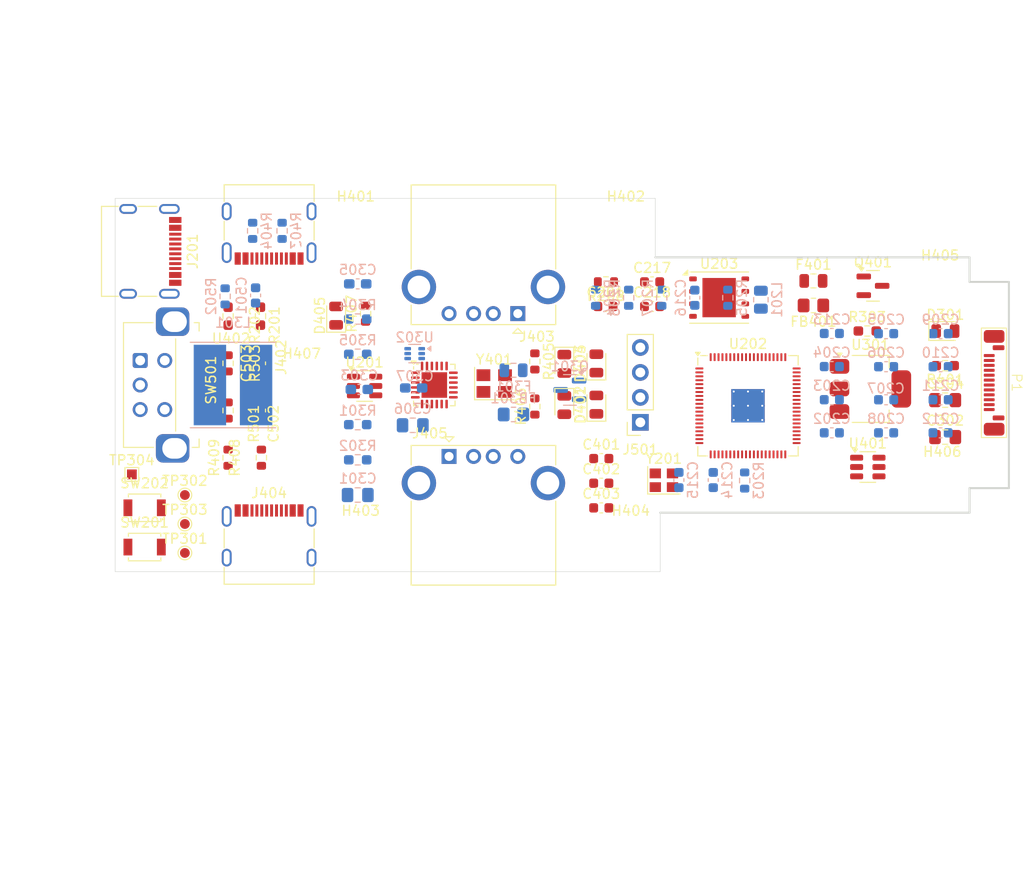
<source format=kicad_pcb>
(kicad_pcb (version 20241229) (generator "pcbnew") (generator_version "9.0")
  (layers (0 "F.Cu" signal) (2 "B.Cu" signal) (13 "F.Paste" user) (15 "B.Paste" user) (5 "F.SilkS" user "F.Silkscreen") (7 "B.SilkS" user "B.Silkscreen") (1 "F.Mask" user) (3 "B.Mask" user) (25 "Edge.Cuts" user))
  (net 0 "")
  (net 1 "GND")
  (net 2 "+3V3")
  (net 3 "+1V1")
  (net 4 "Net-(U202-XIN)")
  (net 5 "Net-(U202-XOUT)")
  (net 6 "+5V_PROTECT")
  (net 7 "+5V")
  (net 8 "Net-(U302-FB)")
  (net 9 "/MCU/GPIO6")
  (net 10 "/MCU/GPIO7")
  (net 11 "/MCU/GPIO8")
  (net 12 "Net-(D301-A)")
  (net 13 "Net-(D401-K)")
  (net 14 "Net-(D401-A)")
  (net 15 "Net-(D403-K)")
  (net 16 "Net-(D405-K)")
  (net 17 "VBUS")
  (net 18 "Net-(Q301-D)")
  (net 19 "Net-(Q401-D)")
  (net 20 "Net-(Q301-S)")
  (net 21 "Net-(Q401-S)")
  (net 22 "/MCU/USB_PICO_D+")
  (net 25 "/MCU/USB_PICO_D-")
  (net 26 "Net-(J201-CC1)")
  (net 27 "Net-(J201-CC2)")
  (net 28 "/USB_HUB/USBC_2_D-")
  (net 29 "Net-(J402-CC1)")
  (net 30 "Net-(J402-CC2)")
  (net 31 "/USB_HUB/USBC_2_D+")
  (net 32 "/USB_HUB/USBA_2_D-")
  (net 33 "/USB_HUB/USBA_2_D+")
  (net 34 "/USB_HUB/USBC_1_D-")
  (net 35 "Net-(J404-CC2)")
  (net 36 "/USB_HUB/USBC_1_D+")
  (net 37 "Net-(J404-CC1)")
  (net 38 "/USB_HUB/USBA_1_D-")
  (net 39 "/USB_HUB/USBA_1_D+")
  (net 40 "/MCU/GPIO3")
  (net 41 "/MCU/GPIO2")
  (net 42 "Net-(U202-VREG_LX)")
  (net 43 "Net-(U302-SW)")
  (net 44 "Net-(P1-CC)")
  (net 45 "/USB_HUB/D-")
  (net 46 "/USB_HUB/D+")
  (net 47 "/MCU/~{RESET}")
  (net 48 "/MCU/BOOTSEL")
  (net 49 "/MCU/~{QSPI_CS_{0}}")
  (net 50 "Net-(U202-VREG_VIN)")
  (net 51 "/MCU/D-")
  (net 52 "/MCU/D+")
  (net 53 "Net-(U302-EN)")
  (net 54 "Net-(U402-LED_{1})")
  (net 55 "Net-(U402-LED_{2})")
  (net 56 "Net-(R501-Pad2)")
  (net 57 "Net-(R502-Pad2)")
  (net 58 "Net-(R503-Pad1)")
  (net 59 "/MCU/GPIO17")
  (net 60 "/MCU/GPIO27")
  (net 61 "/MCU/GPIO40")
  (net 62 "/MCU/GPIO37")
  (net 63 "/MCU/GPIO22")
  (net 64 "/MCU/GPIO15")
  (net 65 "/MCU/GPIO13")
  (net 66 "/MCU/GPIO42")
  (net 67 "/MCU/QSPI_SD2")
  (net 68 "/MCU/GPIO23")
  (net 69 "/MCU/GPIO32")
  (net 70 "/MCU/GPIO33")
  (net 71 "/MCU/GPIO29")
  (net 72 "/MCU/GPIO24")
  (net 73 "/MCU/GPIO10")
  (net 74 "/MCU/GPIO31")
  (net 75 "/MCU/GPIO18")
  (net 76 "/MCU/GPIO36")
  (net 77 "/MCU/GPIO12")
  (net 78 "/MCU/GPIO43")
  (net 79 "/MCU/GPIO25")
  (net 80 "/MCU/GPIO20")
  (net 81 "/MCU/GPIO19")
  (net 82 "/MCU/GPIO9")
  (net 83 "/MCU/GPIO11")
  (net 84 "/MCU/GPIO30")
  (net 85 "/MCU/GPIO26")
  (net 86 "/MCU/GPIO41")
  (net 87 "/MCU/GPIO47")
  (net 88 "/MCU/QSPI_SCLK")
  (net 89 "/MCU/GPIO1")
  (net 90 "/MCU/GPIO16")
  (net 91 "/MCU/GPIO44")
  (net 92 "/MCU/GPIO21")
  (net 93 "/MCU/SWDIO")
  (net 94 "/MCU/GPIO4")
  (net 95 "/MCU/QSPI_SD3")
  (net 96 "/MCU/QSPI_SD1")
  (net 97 "/MCU/GPIO45")
  (net 98 "/MCU/GPIO38")
  (net 99 "/MCU/GPIO0")
  (net 100 "/MCU/GPIO14")
  (net 101 "/MCU/GPIO34")
  (net 102 "/MCU/GPIO39")
  (net 103 "/MCU/GPIO35")
  (net 104 "/MCU/QSPI_SD0")
  (net 105 "/MCU/GPIO28")
  (net 106 "/MCU/SWCLK")
  (net 107 "/MCU/GPIO5")
  (net 108 "/MCU/GPIO46")
  (net 112 "Net-(U402-X_{IN})")
  (net 116 "Net-(U402-X_{OUT})")
  (footprint "Rotary_Encoder:RotaryEncoder_Bourns_Horizontal_PEC12R-2x17F-Sxxxx" (layer "F.Cu") (at 87.05 95.5)
    (property "Reference" "SW501" (at 7.21 2 270) (layer "F.SilkS"))
    (property "Value" "RotaryEncoder_Switch")
    (pad "A" thru_hole roundrect (at 0 0 270) (size 1.524 1.524) (drill 1) (layers "*.Cu" "*.Mask") (roundrect_rratio 0.1640419948) (net 57 "Net-(R502-Pad2)"))
    (pad "B" thru_hole circle (at 0 5 270) (size 1.524 1.524) (drill 1) (layers "*.Cu" "*.Mask") (net 56 "Net-(R501-Pad2)"))
    (pad "C" thru_hole circle (at 0 2.5 270) (size 1.524 1.524) (drill 1) (layers "*.Cu" "*.Mask") (net 1 "GND"))
    (pad "S1" thru_hole circle (at 2.5 0 270) (size 1.524 1.524) (drill 1) (layers "*.Cu" "*.Mask") (net 58 "Net-(R503-Pad1)"))
    (pad "S2" thru_hole circle (at 2.5 5 270) (size 1.524 1.524) (drill 1) (layers "*.Cu" "*.Mask") (net 1 "GND"))
    (pad "SH" thru_hole roundrect (at 3.5 -3.95 180) (size 3.4 2.9) (drill oval 2.5 2.1 (offset 0.2 0)) (layers "*.Cu" "*.Mask"))
    (pad "SH" thru_hole roundrect (at 3.5 8.95 180) (size 3.4 2.9) (drill oval 2.5 2.1 (offset 0.2 0)) (layers "*.Cu" "*.Mask"))
  )
  (footprint "Package_SON:WSON-8-1EP_6x5mm_P1.27mm_EP3.4x4mm" (layer "F.Cu") (at 146 89.1)
    (property "Reference" "U203" (at 0 -3.45 0) (layer "F.SilkS"))
    (property "Value" "W25Q128JVPIQ")
    (pad "1" smd roundrect (at -2.6625 -1.905) (size 0.775 0.5) (layers "F.Cu" "F.Mask" "F.Paste") (net 49 "/MCU/~{QSPI_CS_{0}}"))
    (pad "2" smd roundrect (at -2.6625 -0.635) (size 0.775 0.5) (layers "F.Cu" "F.Mask" "F.Paste") (net 96 "/MCU/QSPI_SD1"))
    (pad "3" smd roundrect (at -2.6625 0.635) (size 0.775 0.5) (layers "F.Cu" "F.Mask" "F.Paste") (net 67 "/MCU/QSPI_SD2"))
    (pad "4" smd roundrect (at -2.6625 1.905) (size 0.775 0.5) (layers "F.Cu" "F.Mask" "F.Paste") (net 1 "GND"))
    (pad "5" smd roundrect (at 2.6625 1.905) (size 0.775 0.5) (layers "F.Cu" "F.Mask" "F.Paste") (net 104 "/MCU/QSPI_SD0"))
    (pad "6" smd roundrect (at 2.6625 0.635) (size 0.775 0.5) (layers "F.Cu" "F.Mask" "F.Paste") (net 88 "/MCU/QSPI_SCLK"))
    (pad "7" smd roundrect (at 2.6625 -0.635) (size 0.775 0.5) (layers "F.Cu" "F.Mask" "F.Paste") (net 95 "/MCU/QSPI_SD3"))
    (pad "8" smd roundrect (at 2.6625 -1.905) (size 0.775 0.5) (layers "F.Cu" "F.Mask" "F.Paste") (net 2 "+3V3"))
    (pad "9" smd rect (at 0 0) (size 3.4 4) (property pad_prop_heatsink) (layers "F.Cu" "F.Mask") (net 1 "GND"))
  )
  (footprint "MountingHole:MountingHole_2.2mm_M2" (layer "F.Cu") (at 109.5 114)
    (property "Reference" "H403" (at 0 -3.2 0) (layer "F.SilkS"))
    (property "Value" "MountingHole")
    (pad "" np_thru_hole circle (at 0 0) (size 2.2 2.2) (drill 2.2) (layers "*.Cu" "*.Mask"))
  )
  (footprint "MountingHole:MountingHole_2.2mm_M2" (layer "F.Cu") (at 136.5 82)
    (property "Reference" "H402" (at 0 -3.2 0) (layer "F.SilkS"))
    (property "Value" "MountingHole")
    (pad "" np_thru_hole circle (at 0 0) (size 2.2 2.2) (drill 2.2) (layers "*.Cu" "*.Mask"))
  )
  (footprint "Diode_SMD:D_0805_2012Metric" (layer "F.Cu") (at 169.0375 92.5)
    (property "Reference" "D301" (at 0 -1.65 0) (layer "F.SilkS"))
    (property "Value" "Green_power")
    (pad "1" smd roundrect (at -0.9375 0) (size 0.975 1.4) (layers "F.Cu" "F.Mask" "F.Paste") (net 1 "GND"))
    (pad "2" smd roundrect (at 0.9375 0) (size 0.975 1.4) (layers "F.Cu" "F.Mask" "F.Paste") (net 12 "Net-(D301-A)"))
  )
  (footprint "Package_TO_SOT_SMD:SOT-23-6" (layer "F.Cu") (at 109.9 98.1)
    (property "Reference" "U201" (at 0 -2.4 0) (layer "F.SilkS"))
    (property "Value" "SRV05-4")
    (pad "1" smd roundrect (at -1.1375 -0.95) (size 1.325 0.6) (layers "F.Cu" "F.Mask" "F.Paste") (net 25 "/MCU/USB_PICO_D-"))
    (pad "2" smd roundrect (at -1.1375 0) (size 1.325 0.6) (layers "F.Cu" "F.Mask" "F.Paste") (net 1 "GND"))
    (pad "3" smd roundrect (at -1.1375 0.95) (size 1.325 0.6) (layers "F.Cu" "F.Mask" "F.Paste") (net 22 "/MCU/USB_PICO_D+"))
    (pad "4" smd roundrect (at 1.1375 0.95) (size 1.325 0.6) (layers "F.Cu" "F.Mask" "F.Paste") (net 2 "+3V3"))
    (pad "5" smd roundrect (at 1.1375 0) (size 1.325 0.6) (layers "F.Cu" "F.Mask" "F.Paste") (net 17 "VBUS"))
    (pad "6" smd roundrect (at 1.1375 -0.95) (size 1.325 0.6) (layers "F.Cu" "F.Mask" "F.Paste") (net 7 "+5V"))
  )
  (footprint "Capacitor_SMD:C_0603_1608Metric" (layer "F.Cu") (at 139.175 87.5)
    (property "Reference" "C217" (at 0 -1.43 0) (layer "F.SilkS"))
    (property "Value" "0.1uF")
    (pad "1" smd roundrect (at -0.775 0) (size 0.9 0.95) (layers "F.Cu" "F.Mask" "F.Paste") (net 1 "GND"))
    (pad "2" smd roundrect (at 0.775 0) (size 0.9 0.95) (layers "F.Cu" "F.Mask" "F.Paste") (net 2 "+3V3"))
  )
  (footprint "Package_TO_SOT_SMD:SOT-223-3_TabPin2" (layer "F.Cu") (at 161.4 98.4)
    (property "Reference" "U301" (at 0 -4.5 0) (layer "F.SilkS"))
    (property "Value" "AP7361C-33E")
    (pad "1" smd roundrect (at -3.15 -2.3) (size 2 1.5) (layers "F.Cu" "F.Mask" "F.Paste") (net 7 "+5V"))
    (pad "2" smd roundrect (at -3.15 0) (size 2 1.5) (layers "F.Cu" "F.Mask" "F.Paste") (net 1 "GND"))
    (pad "2" smd roundrect (at 3.15 0) (size 2 3.8) (layers "F.Cu" "F.Mask" "F.Paste") (net 1 "GND"))
    (pad "3" smd roundrect (at -3.15 2.3) (size 2 1.5) (layers "F.Cu" "F.Mask" "F.Paste") (net 2 "+3V3"))
  )
  (footprint "JT_USB_C:UP20-C-F-G-FL-1-P12-TR" (layer "F.Cu") (at 173.8 97.75 -90)
    (property "Reference" "P1" (at 0 -2.5 270) (layer "F.SilkS") (effects (font (thickness 0.1))))
    (property "Value" "USB_C_Plug_USB2.0")
    (pad "25" smd roundrect (at 3.6 -0.65) (size 1.193 0.5) (layers "F.Cu" "F.Mask" "F.Paste") (net 1 "GND"))
    (pad "25" smd roundrect (at 4.75 -0.2) (size 2.1 1.3) (layers "F.Cu" "F.Mask" "F.Paste") (net 1 "GND"))
    (pad "26" smd roundrect (at -4.7 -0.2) (size 2.1 1.3) (layers "F.Cu" "F.Mask" "F.Paste") (net 1 "GND"))
    (pad "26" smd roundrect (at -3.55 -0.65) (size 1.193 0.5) (layers "F.Cu" "F.Mask" "F.Paste") (net 1 "GND"))
    (pad "A1" smd roundrect (at -2.75 0.3) (size 1.1 0.312) (layers "F.Cu" "F.Mask" "F.Paste") (net 1 "GND"))
    (pad "A2" smd roundrect (at -2.25 0.3) (size 1.1 0.312) (layers "F.Cu" "F.Mask" "F.Paste"))
    (pad "A3" smd roundrect (at -1.75 0.3) (size 1.1 0.312) (layers "F.Cu" "F.Mask" "F.Paste"))
    (pad "A4" smd roundrect (at -1.25 0.3) (size 1.1 0.312) (layers "F.Cu" "F.Mask" "F.Paste") (net 17 "VBUS"))
    (pad "A5" smd roundrect (at 1.25 0.3) (size 1.1 0.312) (layers "F.Cu" "F.Mask" "F.Paste") (net 44 "Net-(P1-CC)"))
    (pad "A6" smd roundrect (at 1.75 0.3) (size 1.1 0.312) (layers "F.Cu" "F.Mask" "F.Paste") (net 46 "/USB_HUB/D+"))
    (pad "A7" smd roundrect (at 2.25 0.3) (size 1.1 0.312) (layers "F.Cu" "F.Mask" "F.Paste") (net 45 "/USB_HUB/D-"))
    (pad "A12" smd roundrect (at 2.75 0.3) (size 1.1 0.312) (layers "F.Cu" "F.Mask" "F.Paste") (net 1 "GND"))
    (pad "B9" smd roundrect (at 0.75 0.3) (size 1.1 0.312) (layers "F.Cu" "F.Mask" "F.Paste") (net 17 "VBUS"))
    (pad "B10" smd roundrect (at 0.25 0.3) (size 1.1 0.312) (layers "F.Cu" "F.Mask" "F.Paste"))
    (pad "B11" smd roundrect (at -0.25 0.3) (size 1.1 0.312) (layers "F.Cu" "F.Mask" "F.Paste"))
    (pad "B12" smd roundrect (at -0.75 0.3) (size 1.1 0.312) (layers "F.Cu" "F.Mask" "F.Paste") (net 1 "GND"))
  )
  (footprint "Connector_USB:USB_C_Receptacle_G-Switch_GT-USB-7010ASV" (layer "F.Cu") (at 100.18 81.395 180)
    (property "Reference" "J402" (at -1.225 -13.7725 270) (layer "F.SilkS"))
    (property "Value" "USB_C_Receptacle_USB2.0_14P")
    (pad "" np_thru_hole circle (at -2.89 -2.605 180) (size 0.65 0.65) (drill 0.65) (layers "*.Cu" "*.Mask"))
    (pad "" np_thru_hole circle (at 2.89 -2.605 180) (size 0.65 0.65) (drill 0.65) (layers "*.Cu" "*.Mask"))
    (pad "A1" smd rect (at -3.2 -3.725 180) (size 0.6 1.24) (layers "F.Cu" "F.Mask" "F.Paste") (net 1 "GND"))
    (pad "A4" smd rect (at -2.4 -3.725 180) (size 0.6 1.24) (layers "F.Cu" "F.Mask" "F.Paste") (net 17 "VBUS"))
    (pad "A5" smd rect (at -1.25 -3.725 180) (size 0.3 1.24) (layers "F.Cu" "F.Mask" "F.Paste") (net 29 "Net-(J402-CC1)"))
    (pad "A6" smd rect (at -0.25 -3.725 180) (size 0.3 1.24) (layers "F.Cu" "F.Mask" "F.Paste") (net 31 "/USB_HUB/USBC_2_D+"))
    (pad "A7" smd rect (at 0.25 -3.725 180) (size 0.3 1.24) (layers "F.Cu" "F.Mask" "F.Paste") (net 28 "/USB_HUB/USBC_2_D-"))
    (pad "A8" smd rect (at 1.25 -3.725 180) (size 0.3 1.24) (layers "F.Cu" "F.Mask" "F.Paste"))
    (pad "A9" smd rect (at 2.4 -3.725 180) (size 0.6 1.24) (layers "F.Cu" "F.Mask" "F.Paste") (net 17 "VBUS"))
    (pad "A12" smd rect (at 3.2 -3.725 180) (size 0.6 1.24) (layers "F.Cu" "F.Mask" "F.Paste") (net 1 "GND"))
    (pad "B1" smd rect (at 3.2 -3.725 180) (size 0.6 1.24) (layers "F.Cu" "F.Mask" "F.Paste") (net 1 "GND"))
    (pad "B4" smd rect (at 2.4 -3.725 180) (size 0.6 1.24) (layers "F.Cu" "F.Mask" "F.Paste") (net 17 "VBUS"))
    (pad "B5" smd rect (at 1.75 -3.725 180) (size 0.3 1.24) (layers "F.Cu" "F.Mask" "F.Paste") (net 30 "Net-(J402-CC2)"))
    (pad "B6" smd rect (at 0.75 -3.725 180) (size 0.3 1.24) (layers "F.Cu" "F.Mask" "F.Paste") (net 31 "/USB_HUB/USBC_2_D+"))
    (pad "B7" smd rect (at -0.75 -3.725 180) (size 0.3 1.24) (layers "F.Cu" "F.Mask" "F.Paste") (net 28 "/USB_HUB/USBC_2_D-"))
    (pad "B8" smd rect (at -1.75 -3.725 180) (size 0.3 1.24) (layers "F.Cu" "F.Mask" "F.Paste"))
    (pad "B9" smd rect (at -2.4 -3.725 180) (size 0.6 1.24) (layers "F.Cu" "F.Mask" "F.Paste") (net 17 "VBUS"))
    (pad "B12" smd rect (at -3.2 -3.725 180) (size 0.6 1.24) (layers "F.Cu" "F.Mask" "F.Paste") (net 1 "GND"))
    (pad "S1" thru_hole oval (at -4.32 -3.125 180) (size 1 2.1) (drill oval 0.6 1.7) (property pad_prop_heatsink) (layers "*.Cu" "*.Mask") (net 1 "GND"))
    (pad "S1" thru_hole oval (at -4.32 1.075 180) (size 1 1.8) (drill oval 0.6 1.4) (property pad_prop_heatsink) (layers "*.Cu" "*.Mask") (net 1 "GND"))
    (pad "S1" thru_hole oval (at 4.32 -3.125 180) (size 1 2.1) (drill oval 0.6 1.7) (property pad_prop_heatsink) (layers "*.Cu" "*.Mask") (net 1 "GND"))
    (pad "S1" thru_hole oval (at 4.32 1.075 180) (size 1 1.8) (drill oval 0.6 1.4) (property pad_prop_heatsink) (layers "*.Cu" "*.Mask") (net 1 "GND"))
  )
  (footprint "Connector_USB:USB_C_Receptacle_G-Switch_GT-USB-7010ASV" (layer "F.Cu") (at 86.895 84.39 -90)
    (property "Reference" "J201" (at 0 -5.5 90) (layer "F.SilkS"))
    (property "Value" "USB_C_PICO")
    (pad "" np_thru_hole circle (at -2.89 -2.605 270) (size 0.65 0.65) (drill 0.65) (layers "*.Cu" "*.Mask"))
    (pad "" np_thru_hole circle (at 2.89 -2.605 270) (size 0.65 0.65) (drill 0.65) (layers "*.Cu" "*.Mask"))
    (pad "A1" smd rect (at -3.2 -3.725 270) (size 0.6 1.24) (layers "F.Cu" "F.Mask" "F.Paste") (net 1 "GND"))
    (pad "A4" smd rect (at -2.4 -3.725 270) (size 0.6 1.24) (layers "F.Cu" "F.Mask" "F.Paste") (net 17 "VBUS"))
    (pad "A5" smd rect (at -1.25 -3.725 270) (size 0.3 1.24) (layers "F.Cu" "F.Mask" "F.Paste") (net 26 "Net-(J201-CC1)"))
    (pad "A6" smd rect (at -0.25 -3.725 270) (size 0.3 1.24) (layers "F.Cu" "F.Mask" "F.Paste") (net 22 "/MCU/USB_PICO_D+"))
    (pad "A7" smd rect (at 0.25 -3.725 270) (size 0.3 1.24) (layers "F.Cu" "F.Mask" "F.Paste") (net 25 "/MCU/USB_PICO_D-"))
    (pad "A8" smd rect (at 1.25 -3.725 270) (size 0.3 1.24) (layers "F.Cu" "F.Mask" "F.Paste"))
    (pad "A9" smd rect (at 2.4 -3.725 270) (size 0.6 1.24) (layers "F.Cu" "F.Mask" "F.Paste") (net 17 "VBUS"))
    (pad "A12" smd rect (at 3.2 -3.725 270) (size 0.6 1.24) (layers "F.Cu" "F.Mask" "F.Paste") (net 1 "GND"))
    (pad "B1" smd rect (at 3.2 -3.725 270) (size 0.6 1.24) (layers "F.Cu" "F.Mask" "F.Paste") (net 1 "GND"))
    (pad "B4" smd rect (at 2.4 -3.725 270) (size 0.6 1.24) (layers "F.Cu" "F.Mask" "F.Paste") (net 17 "VBUS"))
    (pad "B5" smd rect (at 1.75 -3.725 270) (size 0.3 1.24) (layers "F.Cu" "F.Mask" "F.Paste") (net 27 "Net-(J201-CC2)"))
    (pad "B6" smd rect (at 0.75 -3.725 270) (size 0.3 1.24) (layers "F.Cu" "F.Mask" "F.Paste") (net 22 "/MCU/USB_PICO_D+"))
    (pad "B7" smd rect (at -0.75 -3.725 270) (size 0.3 1.24) (layers "F.Cu" "F.Mask" "F.Paste") (net 25 "/MCU/USB_PICO_D-"))
    (pad "B8" smd rect (at -1.75 -3.725 270) (size 0.3 1.24) (layers "F.Cu" "F.Mask" "F.Paste"))
    (pad "B9" smd rect (at -2.4 -3.725 270) (size 0.6 1.24) (layers "F.Cu" "F.Mask" "F.Paste") (net 17 "VBUS"))
    (pad "B12" smd rect (at -3.2 -3.725 270) (size 0.6 1.24) (layers "F.Cu" "F.Mask" "F.Paste") (net 1 "GND"))
    (pad "S1" thru_hole oval (at -4.32 -3.125 270) (size 1 2.1) (drill oval 0.6 1.7) (property pad_prop_heatsink) (layers "*.Cu" "*.Mask") (net 1 "GND"))
    (pad "S1" thru_hole oval (at -4.32 1.075 270) (size 1 1.8) (drill oval 0.6 1.4) (property pad_prop_heatsink) (layers "*.Cu" "*.Mask") (net 1 "GND"))
    (pad "S1" thru_hole oval (at 4.32 -3.125 270) (size 1 2.1) (drill oval 0.6 1.7) (property pad_prop_heatsink) (layers "*.Cu" "*.Mask") (net 1 "GND"))
    (pad "S1" thru_hole oval (at 4.32 1.075 270) (size 1 1.8) (drill oval 0.6 1.4) (property pad_prop_heatsink) (layers "*.Cu" "*.Mask") (net 1 "GND"))
  )
  (footprint "MountingHole:MountingHole_2.2mm_M2" (layer "F.Cu") (at 103.5 98)
    (property "Reference" "H407" (at 0 -3.2 0) (layer "F.SilkS"))
    (property "Value" "MountingHole")
    (pad "" np_thru_hole circle (at 0 0) (size 2.2 2.2) (drill 2.2) (layers "*.Cu" "*.Mask"))
  )
  (footprint "TestPoint:TestPoint_Pad_1.0x1.0mm" (layer "F.Cu") (at 86.2 107.1)
    (property "Reference" "TP304" (at 0 -1.448 0) (layer "F.SilkS"))
    (property "Value" "TP_GND")
    (pad "1" smd rect (at 0 0) (size 1 1) (layers "F.Cu" "F.Mask") (net 1 "GND"))
  )
  (footprint "Crystal:Crystal_SMD_2520-4Pin_2.5x2.0mm" (layer "F.Cu") (at 140.375 107.7)
    (property "Reference" "Y201" (at 0 -2.2 0) (layer "F.SilkS"))
    (property "Value" "CM4012M00012001")
    (pad "1" smd rect (at -0.875 0.7) (size 1.15 1) (layers "F.Cu" "F.Mask" "F.Paste") (net 5 "Net-(U202-XOUT)"))
    (pad "2" smd rect (at 0.875 0.7) (size 1.15 1) (layers "F.Cu" "F.Mask" "F.Paste") (net 1 "GND"))
    (pad "3" smd rect (at 0.875 -0.7) (size 1.15 1) (layers "F.Cu" "F.Mask" "F.Paste") (net 4 "Net-(U202-XIN)"))
    (pad "4" smd rect (at -0.875 -0.7) (size 1.15 1) (layers "F.Cu" "F.Mask" "F.Paste") (net 1 "GND"))
  )
  (footprint "Crystal:Crystal_SMD_3225-4Pin_3.2x2.5mm" (layer "F.Cu") (at 123.1 97.85)
    (property "Reference" "Y401" (at 0 -2.45 0) (layer "F.SilkS"))
    (property "Value" "12MHz")
    (pad "1" smd rect (at -1.1 0.85) (size 1.4 1.2) (layers "F.Cu" "F.Mask" "F.Paste") (net 116 "Net-(U402-X_{OUT})"))
    (pad "2" smd rect (at 1.1 0.85) (size 1.4 1.2) (layers "F.Cu" "F.Mask" "F.Paste") (net 112 "Net-(U402-X_{IN})"))
    (pad "3" smd rect (at 1.1 -0.85) (size 1.4 1.2) (layers "F.Cu" "F.Mask" "F.Paste"))
    (pad "4" smd rect (at -1.1 -0.85) (size 1.4 1.2) (layers "F.Cu" "F.Mask" "F.Paste"))
  )
  (footprint "Diode_SMD:D_0805_2012Metric" (layer "F.Cu") (at 130.235 95.84 -90)
    (property "Reference" "D404" (at 0 -1.65 90) (layer "F.SilkS"))
    (property "Value" "PORT4")
    (pad "1" smd roundrect (at -0.9375 0 270) (size 0.975 1.4) (layers "F.Cu" "F.Mask" "F.Paste") (net 14 "Net-(D401-A)"))
    (pad "2" smd roundrect (at 0.9375 0 270) (size 0.975 1.4) (layers "F.Cu" "F.Mask" "F.Paste") (net 15 "Net-(D403-K)"))
  )
  (footprint "MountingHole:MountingHole_2.2mm_M2" (layer "F.Cu") (at 109 82)
    (property "Reference" "H401" (at 0 -3.2 0) (layer "F.SilkS"))
    (property "Value" "MountingHole")
    (pad "" np_thru_hole circle (at 0 0) (size 2.2 2.2) (drill 2.2) (layers "*.Cu" "*.Mask"))
  )
  (footprint "Resistor_SMD:R_0603_1608Metric_Pad0.98x0.95mm_HandSolder" (layer "F.Cu") (at 99.3 90.9875 -90)
    (property "Reference" "R201" (at 0.925 -1.43 90) (layer "F.SilkS"))
    (property "Value" "5.1k")
    (pad "1" smd roundrect (at -0.9125 0 270) (size 0.975 0.95) (layers "F.Cu" "F.Mask" "F.Paste") (net 26 "Net-(J201-CC1)"))
    (pad "2" smd roundrect (at 0.9125 0 270) (size 0.975 0.95) (layers "F.Cu" "F.Mask" "F.Paste") (net 1 "GND"))
  )
  (footprint "Connector_USB:USB_A_CONNFLY_DS1095-WNR0" (layer "F.Cu") (at 125.5 90.7275 180)
    (property "Reference" "J403" (at -1.95 -2.35 0) (layer "F.SilkS"))
    (property "Value" "USB_A")
    (pad "1" thru_hole rect (at 0 0 180) (size 1.524 1.524) (drill 0.92) (layers "*.Cu" "*.Mask") (net 17 "VBUS"))
    (pad "2" thru_hole circle (at 2.5 0 180) (size 1.524 1.524) (drill 0.92) (layers "*.Cu" "*.Mask") (net 33 "/USB_HUB/USBA_2_D+"))
    (pad "3" thru_hole circle (at 4.5 0 180) (size 1.524 1.524) (drill 0.92) (layers "*.Cu" "*.Mask") (net 32 "/USB_HUB/USBA_2_D-"))
    (pad "4" thru_hole circle (at 7 0 180) (size 1.524 1.524) (drill 0.92) (layers "*.Cu" "*.Mask") (net 1 "GND"))
    (pad "5" thru_hole circle (at -3.07 2.71 180) (size 3.5 3.5) (drill 2.3) (layers "*.Cu" "*.Mask") (net 1 "GND"))
    (pad "5" thru_hole circle (at 10.07 2.71 180) (size 3.5 3.5) (drill 2.3) (layers "*.Cu" "*.Mask") (net 1 "GND"))
  )
  (footprint "Connector_PinSocket_2.54mm:PinSocket_1x04_P2.54mm_Vertical" (layer "F.Cu") (at 137.975 101.8 180)
    (property "Reference" "J501" (at 0 -2.77 0) (layer "F.SilkS"))
    (property "Value" "Conn_I2C_Écran")
    (pad "1" thru_hole rect (at 0 0 180) (size 1.7 1.7) (drill 1) (layers "*.Cu" "*.Mask") (net 41 "/MCU/GPIO2"))
    (pad "2" thru_hole oval (at 0 2.54 180) (size 1.7 1.7) (drill 1) (layers "*.Cu" "*.Mask") (net 40 "/MCU/GPIO3"))
    (pad "3" thru_hole oval (at 0 5.08 180) (size 1.7 1.7) (drill 1) (layers "*.Cu" "*.Mask") (net 2 "+3V3"))
    (pad "4" thru_hole oval (at 0 7.62 180) (size 1.7 1.7) (drill 1) (layers "*.Cu" "*.Mask") (net 1 "GND"))
  )
  (footprint "Package_DFN_QFN:QFN-80-1EP_10x10mm_P0.4mm_EP3.4x3.4mm_ThermalVias" (layer "F.Cu") (at 148.9375 100.1125)
    (property "Reference" "U202" (at 0 -6.3 0) (layer "F.SilkS"))
    (property "Value" "RP2350B-QFN80")
    (pad "1" smd roundrect (at -4.95 -3.8) (size 0.8 0.2) (layers "F.Cu" "F.Mask" "F.Paste") (net 94 "/MCU/GPIO4"))
    (pad "2" smd roundrect (at -4.95 -3.4) (size 0.8 0.2) (layers "F.Cu" "F.Mask" "F.Paste") (net 107 "/MCU/GPIO5"))
    (pad "3" smd roundrect (at -4.95 -3) (size 0.8 0.2) (layers "F.Cu" "F.Mask" "F.Paste") (net 9 "/MCU/GPIO6"))
    (pad "4" smd roundrect (at -4.95 -2.6) (size 0.8 0.2) (layers "F.Cu" "F.Mask" "F.Paste") (net 10 "/MCU/GPIO7"))
    (pad "5" smd roundrect (at -4.95 -2.2) (size 0.8 0.2) (layers "F.Cu" "F.Mask" "F.Paste") (net 2 "+3V3"))
    (pad "6" smd roundrect (at -4.95 -1.8) (size 0.8 0.2) (layers "F.Cu" "F.Mask" "F.Paste") (net 11 "/MCU/GPIO8"))
    (pad "7" smd roundrect (at -4.95 -1.4) (size 0.8 0.2) (layers "F.Cu" "F.Mask" "F.Paste") (net 82 "/MCU/GPIO9"))
    (pad "8" smd roundrect (at -4.95 -1) (size 0.8 0.2) (layers "F.Cu" "F.Mask" "F.Paste") (net 73 "/MCU/GPIO10"))
    (pad "9" smd roundrect (at -4.95 -0.6) (size 0.8 0.2) (layers "F.Cu" "F.Mask" "F.Paste") (net 83 "/MCU/GPIO11"))
    (pad "10" smd roundrect (at -4.95 -0.2) (size 0.8 0.2) (layers "F.Cu" "F.Mask" "F.Paste") (net 3 "+1V1"))
    (pad "11" smd roundrect (at -4.95 0.2) (size 0.8 0.2) (layers "F.Cu" "F.Mask" "F.Paste") (net 77 "/MCU/GPIO12"))
    (pad "12" smd roundrect (at -4.95 0.6) (size 0.8 0.2) (layers "F.Cu" "F.Mask" "F.Paste") (net 65 "/MCU/GPIO13"))
    (pad "13" smd roundrect (at -4.95 1) (size 0.8 0.2) (layers "F.Cu" "F.Mask" "F.Paste") (net 100 "/MCU/GPIO14"))
    (pad "14" smd roundrect (at -4.95 1.4) (size 0.8 0.2) (layers "F.Cu" "F.Mask" "F.Paste") (net 64 "/MCU/GPIO15"))
    (pad "15" smd roundrect (at -4.95 1.8) (size 0.8 0.2) (layers "F.Cu" "F.Mask" "F.Paste") (net 2 "+3V3"))
    (pad "16" smd roundrect (at -4.95 2.2) (size 0.8 0.2) (layers "F.Cu" "F.Mask" "F.Paste") (net 90 "/MCU/GPIO16"))
    (pad "17" smd roundrect (at -4.95 2.6) (size 0.8 0.2) (layers "F.Cu" "F.Mask" "F.Paste") (net 59 "/MCU/GPIO17"))
    (pad "18" smd roundrect (at -4.95 3) (size 0.8 0.2) (layers "F.Cu" "F.Mask" "F.Paste") (net 75 "/MCU/GPIO18"))
    (pad "19" smd roundrect (at -4.95 3.4) (size 0.8 0.2) (layers "F.Cu" "F.Mask" "F.Paste") (net 81 "/MCU/GPIO19"))
    (pad "20" smd roundrect (at -4.95 3.8) (size 0.8 0.2) (layers "F.Cu" "F.Mask" "F.Paste") (net 80 "/MCU/GPIO20"))
    (pad "21" smd roundrect (at -3.8 4.95) (size 0.2 0.8) (layers "F.Cu" "F.Mask" "F.Paste") (net 92 "/MCU/GPIO21"))
    (pad "22" smd roundrect (at -3.4 4.95) (size 0.2 0.8) (layers "F.Cu" "F.Mask" "F.Paste") (net 63 "/MCU/GPIO22"))
    (pad "23" smd roundrect (at -3 4.95) (size 0.2 0.8) (layers "F.Cu" "F.Mask" "F.Paste") (net 68 "/MCU/GPIO23"))
    (pad "24" smd roundrect (at -2.6 4.95) (size 0.2 0.8) (layers "F.Cu" "F.Mask" "F.Paste") (net 2 "+3V3"))
    (pad "25" smd roundrect (at -2.2 4.95) (size 0.2 0.8) (layers "F.Cu" "F.Mask" "F.Paste") (net 72 "/MCU/GPIO24"))
    (pad "26" smd roundrect (at -1.8 4.95) (size 0.2 0.8) (layers "F.Cu" "F.Mask" "F.Paste") (net 79 "/MCU/GPIO25"))
    (pad "27" smd roundrect (at -1.4 4.95) (size 0.2 0.8) (layers "F.Cu" "F.Mask" "F.Paste") (net 85 "/MCU/GPIO26"))
    (pad "28" smd roundrect (at -1 4.95) (size 0.2 0.8) (layers "F.Cu" "F.Mask" "F.Paste") (net 60 "/MCU/GPIO27"))
    (pad "29" smd roundrect (at -0.6 4.95) (size 0.2 0.8) (layers "F.Cu" "F.Mask" "F.Paste") (net 2 "+3V3"))
    (pad "30" smd roundrect (at -0.2 4.95) (size 0.2 0.8) (layers "F.Cu" "F.Mask" "F.Paste") (net 4 "Net-(U202-XIN)"))
    (pad "31" smd roundrect (at 0.2 4.95) (size 0.2 0.8) (layers "F.Cu" "F.Mask" "F.Paste") (net 5 "Net-(U202-XOUT)"))
    (pad "32" smd roundrect (at 0.6 4.95) (size 0.2 0.8) (layers "F.Cu" "F.Mask" "F.Paste") (net 3 "+1V1"))
    (pad "33" smd roundrect (at 1 4.95) (size 0.2 0.8) (layers "F.Cu" "F.Mask" "F.Paste") (net 106 "/MCU/SWCLK"))
    (pad "34" smd roundrect (at 1.4 4.95) (size 0.2 0.8) (layers "F.Cu" "F.Mask" "F.Paste") (net 93 "/MCU/SWDIO"))
    (pad "35" smd roundrect (at 1.8 4.95) (size 0.2 0.8) (layers "F.Cu" "F.Mask" "F.Paste") (net 47 "/MCU/~{RESET}"))
    (pad "36" smd roundrect (at 2.2 4.95) (size 0.2 0.8) (layers "F.Cu" "F.Mask" "F.Paste") (net 105 "/MCU/GPIO28"))
    (pad "37" smd roundrect (at 2.6 4.95) (size 0.2 0.8) (layers "F.Cu" "F.Mask" "F.Paste") (net 71 "/MCU/GPIO29"))
    (pad "38" smd roundrect (at 3 4.95) (size 0.2 0.8) (layers "F.Cu" "F.Mask" "F.Paste") (net 84 "/MCU/GPIO30"))
    (pad "39" smd roundrect (at 3.4 4.95) (size 0.2 0.8) (layers "F.Cu" "F.Mask" "F.Paste") (net 74 "/MCU/GPIO31"))
    (pad "40" smd roundrect (at 3.8 4.95) (size 0.2 0.8) (layers "F.Cu" "F.Mask" "F.Paste") (net 69 "/MCU/GPIO32"))
    (pad "41" smd roundrect (at 4.95 3.8) (size 0.8 0.2) (layers "F.Cu" "F.Mask" "F.Paste") (net 2 "+3V3"))
    (pad "42" smd roundrect (at 4.95 3.4) (size 0.8 0.2) (layers "F.Cu" "F.Mask" "F.Paste") (net 70 "/MCU/GPIO33"))
    (pad "43" smd roundrect (at 4.95 3) (size 0.8 0.2) (layers "F.Cu" "F.Mask" "F.Paste") (net 101 "/MCU/GPIO34"))
    (pad "44" smd roundrect (at 4.95 2.6) (size 0.8 0.2) (layers "F.Cu" "F.Mask" "F.Paste") (net 103 "/MCU/GPIO35"))
    (pad "45" smd roundrect (at 4.95 2.2) (size 0.8 0.2) (layers "F.Cu" "F.Mask" "F.Paste") (net 76 "/MCU/GPIO36"))
    (pad "46" smd roundrect (at 4.95 1.8) (size 0.8 0.2) (layers "F.Cu" "F.Mask" "F.Paste") (net 62 "/MCU/GPIO37"))
    (pad "47" smd roundrect (at 4.95 1.4) (size 0.8 0.2) (layers "F.Cu" "F.Mask" "F.Paste") (net 98 "/MCU/GPIO38"))
    (pad "48" smd roundrect (at 4.95 1) (size 0.8 0.2) (layers "F.Cu" "F.Mask" "F.Paste") (net 102 "/MCU/GPIO39"))
    (pad "49" smd roundrect (at 4.95 0.6) (size 0.8 0.2) (layers "F.Cu" "F.Mask" "F.Paste") (net 61 "/MCU/GPIO40"))
    (pad "50" smd roundrect (at 4.95 0.2) (size 0.8 0.2) (layers "F.Cu" "F.Mask" "F.Paste") (net 2 "+3V3"))
    (pad "51" smd roundrect (at 4.95 -0.2) (size 0.8 0.2) (layers "F.Cu" "F.Mask" "F.Paste") (net 3 "+1V1"))
    (pad "52" smd roundrect (at 4.95 -0.6) (size 0.8 0.2) (layers "F.Cu" "F.Mask" "F.Paste") (net 86 "/MCU/GPIO41"))
    (pad "53" smd roundrect (at 4.95 -1) (size 0.8 0.2) (layers "F.Cu" "F.Mask" "F.Paste") (net 66 "/MCU/GPIO42"))
    (pad "54" smd roundrect (at 4.95 -1.4) (size 0.8 0.2) (layers "F.Cu" "F.Mask" "F.Paste") (net 78 "/MCU/GPIO43"))
    (pad "55" smd roundrect (at 4.95 -1.8) (size 0.8 0.2) (layers "F.Cu" "F.Mask" "F.Paste") (net 91 "/MCU/GPIO44"))
    (pad "56" smd roundrect (at 4.95 -2.2) (size 0.8 0.2) (layers "F.Cu" "F.Mask" "F.Paste") (net 97 "/MCU/GPIO45"))
    (pad "57" smd roundrect (at 4.95 -2.6) (size 0.8 0.2) (layers "F.Cu" "F.Mask" "F.Paste") (net 108 "/MCU/GPIO46"))
    (pad "58" smd roundrect (at 4.95 -3) (size 0.8 0.2) (layers "F.Cu" "F.Mask" "F.Paste") (net 87 "/MCU/GPIO47"))
    (pad "59" smd roundrect (at 4.95 -3.4) (size 0.8 0.2) (layers "F.Cu" "F.Mask" "F.Paste") (net 2 "+3V3"))
    (pad "60" smd roundrect (at 4.95 -3.8) (size 0.8 0.2) (layers "F.Cu" "F.Mask" "F.Paste") (net 2 "+3V3"))
    (pad "61" smd roundrect (at 3.8 -4.95) (size 0.2 0.8) (layers "F.Cu" "F.Mask" "F.Paste") (net 2 "+3V3"))
    (pad "62" smd roundrect (at 3.4 -4.95) (size 0.2 0.8) (layers "F.Cu" "F.Mask" "F.Paste") (net 1 "GND"))
    (pad "63" smd roundrect (at 3 -4.95) (size 0.2 0.8) (layers "F.Cu" "F.Mask" "F.Paste") (net 42 "Net-(U202-VREG_LX)"))
    (pad "64" smd roundrect (at 2.6 -4.95) (size 0.2 0.8) (layers "F.Cu" "F.Mask" "F.Paste") (net 50 "Net-(U202-VREG_VIN)"))
    (pad "65" smd roundrect (at 2.2 -4.95) (size 0.2 0.8) (layers "F.Cu" "F.Mask" "F.Paste") (net 3 "+1V1"))
    (pad "66" smd roundrect (at 1.8 -4.95) (size 0.2 0.8) (layers "F.Cu" "F.Mask" "F.Paste") (net 52 "/MCU/D+"))
    (pad "67" smd roundrect (at 1.4 -4.95) (size 0.2 0.8) (layers "F.Cu" "F.Mask" "F.Paste") (net 51 "/MCU/D-"))
    (pad "68" smd roundrect (at 1 -4.95) (size 0.2 0.8) (layers "F.Cu" "F.Mask" "F.Paste") (net 2 "+3V3"))
    (pad "69" smd roundrect (at 0.6 -4.95) (size 0.2 0.8) (layers "F.Cu" "F.Mask" "F.Paste") (net 2 "+3V3"))
    (pad "70" smd roundrect (at 0.2 -4.95) (size 0.2 0.8) (layers "F.Cu" "F.Mask" "F.Paste") (net 95 "/MCU/QSPI_SD3"))
    (pad "71" smd roundrect (at -0.2 -4.95) (size 0.2 0.8) (layers "F.Cu" "F.Mask" "F.Paste") (net 88 "/MCU/QSPI_SCLK"))
    (pad "72" smd roundrect (at -0.6 -4.95) (size 0.2 0.8) (layers "F.Cu" "F.Mask" "F.Paste") (net 104 "/MCU/QSPI_SD0"))
    (pad "73" smd roundrect (at -1 -4.95) (size 0.2 0.8) (layers "F.Cu" "F.Mask" "F.Paste") (net 67 "/MCU/QSPI_SD2"))
    (pad "74" smd roundrect (at -1.4 -4.95) (size 0.2 0.8) (layers "F.Cu" "F.Mask" "F.Paste") (net 96 "/MCU/QSPI_SD1"))
    (pad "75" smd roundrect (at -1.8 -4.95) (size 0.2 0.8) (layers "F.Cu" "F.Mask" "F.Paste") (net 49 "/MCU/~{QSPI_CS_{0}}"))
    (pad "76" smd roundrect (at -2.2 -4.95) (size 0.2 0.8) (layers "F.Cu" "F.Mask" "F.Paste") (net 2 "+3V3"))
    (pad "77" smd roundrect (at -2.6 -4.95) (size 0.2 0.8) (layers "F.Cu" "F.Mask" "F.Paste") (net 99 "/MCU/GPIO0"))
    (pad "78" smd roundrect (at -3 -4.95) (size 0.2 0.8) (layers "F.Cu" "F.Mask" "F.Paste") (net 89 "/MCU/GPIO1"))
    (pad "79" smd roundrect (at -3.4 -4.95) (size 0.2 0.8) (layers "F.Cu" "F.Mask" "F.Paste") (net 41 "/MCU/GPIO2"))
    (pad "80" smd roundrect (at -3.8 -4.95) (size 0.2 0.8) (layers "F.Cu" "F.Mask" "F.Paste") (net 40 "/MCU/GPIO3"))
    (pad "81" thru_hole circle (at -1.45 -1.45) (size 0.5 0.5) (drill 0.2) (property pad_prop_heatsink) (layers "*.Cu") (net 1 "GND"))
    (pad "81" thru_hole circle (at -1.45 0) (size 0.5 0.5) (drill 0.2) (property pad_prop_heatsink) (layers "*.Cu") (net 1 "GND"))
    (pad "81" thru_hole circle (at -1.45 1.45) (size 0.5 0.5) (drill 0.2) (property pad_prop_heatsink) (layers "*.Cu") (net 1 "GND"))
    (pad "81" thru_hole circle (at 0 -1.45) (size 0.5 0.5) (drill 0.2) (property pad_prop_heatsink) (layers "*.Cu") (net 1 "GND"))
    (pad "81" thru_hole circle (at 0 0) (size 0.5 0.5) (drill 0.2) (property pad_prop_heatsink) (layers "*.Cu") (net 1 "GND"))
    (pad "81" smd rect (at 0 0) (size 3.4 3.4) (property pad_prop_heatsink) (layers "F.Cu" "F.Mask") (net 1 "GND"))
    (pad "81" smd rect (at 0 0) (size 3.4 3.4) (property pad_prop_heatsink) (layers "B.Cu") (net 1 "GND"))
    (pad "81" thru_hole circle (at 0 1.45) (size 0.5 0.5) (drill 0.2) (property pad_prop_heatsink) (layers "*.Cu") (net 1 "GND"))
    (pad "81" thru_hole circle (at 1.45 -1.45) (size 0.5 0.5) (drill 0.2) (property pad_prop_heatsink) (layers "*.Cu") (net 1 "GND"))
    (pad "81" thru_hole circle (at 1.45 0) (size 0.5 0.5) (drill 0.2) (property pad_prop_heatsink) (layers "*.Cu") (net 1 "GND"))
    (pad "81" thru_hole circle (at 1.45 1.45) (size 0.5 0.5) (drill 0.2) (property pad_prop_heatsink) (layers "*.Cu") (net 1 "GND"))
  )
  (footprint "Button_Switch_SMD:SW_SPST_B3U-1000P" (layer "F.Cu") (at 87.5 114.5)
    (property "Reference" "SW201" (at 0 -2.5 0) (layer "F.SilkS"))
    (property "Value" "SW_BOOTSEL")
    (pad "1" smd rect (at -1.7 0) (size 0.9 1.7) (layers "F.Cu" "F.Mask" "F.Paste") (net 1 "GND"))
    (pad "2" smd rect (at 1.7 0) (size 0.9 1.7) (layers "F.Cu" "F.Mask" "F.Paste") (net 48 "/MCU/BOOTSEL"))
  )
  (footprint "Capacitor_SMD:C_0603_1608Metric" (layer "F.Cu") (at 139.175 90)
    (property "Reference" "C218" (at 0 -1.43 0) (layer "F.SilkS"))
    (property "Value" "1uF")
    (pad "1" smd roundrect (at -0.775 0) (size 0.9 0.95) (layers "F.Cu" "F.Mask" "F.Paste") (net 1 "GND"))
    (pad "2" smd roundrect (at 0.775 0) (size 0.9 0.95) (layers "F.Cu" "F.Mask" "F.Paste") (net 2 "+3V3"))
  )
  (footprint "Resistor_SMD:R_0603_1608Metric_Pad0.98x0.95mm_HandSolder" (layer "F.Cu") (at 96 90.9875 -90)
    (property "Reference" "R202" (at 0.925 -2.72 90) (layer "F.SilkS"))
    (property "Value" "5.1k")
    (pad "1" smd roundrect (at -0.9125 0 270) (size 0.975 0.95) (layers "F.Cu" "F.Mask" "F.Paste") (net 27 "Net-(J201-CC2)"))
    (pad "2" smd roundrect (at 0.9125 0 270) (size 0.975 0.95) (layers "F.Cu" "F.Mask" "F.Paste") (net 1 "GND"))
  )
  (footprint "Resistor_SMD:R_0603_1608Metric" (layer "F.Cu") (at 110 90.7375 90)
    (property "Reference" "R407" (at 0 -1.43 90) (layer "F.SilkS"))
    (property "Value" "470")
    (pad "1" smd roundrect (at -0.825 0 90) (size 0.8 0.95) (layers "F.Cu" "F.Mask" "F.Paste") (net 16 "Net-(D405-K)"))
    (pad "2" smd roundrect (at 0.825 0 90) (size 0.8 0.95) (layers "F.Cu" "F.Mask" "F.Paste") (net 14 "Net-(D401-A)"))
  )
  (footprint "Capacitor_SMD:C_0603_1608Metric" (layer "F.Cu") (at 134 108)
    (property "Reference" "C402" (at 0 -1.43 0) (layer "F.SilkS"))
    (property "Value" "10µF")
    (pad "1" smd roundrect (at -0.775 0) (size 0.9 0.95) (layers "F.Cu" "F.Mask" "F.Paste") (net 2 "+3V3"))
    (pad "2" smd roundrect (at 0.775 0) (size 0.9 0.95) (layers "F.Cu" "F.Mask" "F.Paste") (net 1 "GND"))
  )
  (footprint "Resistor_SMD:R_0603_1608Metric" (layer "F.Cu") (at 127.235 95.6 -90)
    (property "Reference" "R405" (at 0 -1.43 90) (layer "F.SilkS"))
    (property "Value" "220")
    (pad "1" smd roundrect (at -0.825 0 270) (size 0.8 0.95) (layers "F.Cu" "F.Mask" "F.Paste") (net 13 "Net-(D401-K)"))
    (pad "2" smd roundrect (at 0.825 0 270) (size 0.8 0.95) (layers "F.Cu" "F.Mask" "F.Paste") (net 54 "Net-(U402-LED_{1})"))
  )
  (footprint "Diode_SMD:D_0805_2012Metric" (layer "F.Cu") (at 133.5 100 90)
    (property "Reference" "D402" (at 0 -1.65 90) (layer "F.SilkS"))
    (property "Value" "PORT2")
    (pad "1" smd roundrect (at -0.9375 0 90) (size 0.975 1.4) (layers "F.Cu" "F.Mask" "F.Paste") (net 14 "Net-(D401-A)"))
    (pad "2" smd roundrect (at 0.9375 0 90) (size 0.975 1.4) (layers "F.Cu" "F.Mask" "F.Paste") (net 13 "Net-(D401-K)"))
  )
  (footprint "Resistor_SMD:R_0603_1608Metric" (layer "F.Cu") (at 99.39 105.4 90)
    (property "Reference" "R408" (at 0 -2.72 90) (layer "F.SilkS"))
    (property "Value" "5.1k")
    (pad "1" smd roundrect (at -0.825 0 90) (size 0.8 0.95) (layers "F.Cu" "F.Mask" "F.Paste") (net 37 "Net-(J404-CC1)"))
    (pad "2" smd roundrect (at 0.825 0 90) (size 0.8 0.95) (layers "F.Cu" "F.Mask" "F.Paste") (net 1 "GND"))
  )
  (footprint "Resistor_SMD:R_0805_2012Metric_Pad1.20x1.40mm_HandSolder" (layer "F.Cu") (at 155.6 89.9 180)
    (property "Reference" "FB401" (at 0 -1.65 0) (layer "F.SilkS"))
    (property "Value" "600 @ 100MHz")
    (pad "1" smd roundrect (at -1 0 180) (size 1.2 1.4) (layers "F.Cu" "F.Mask" "F.Paste") (roundrect_rratio 0.208333) (net 21 "Net-(Q401-S)"))
    (pad "2" smd roundrect (at 1 0 180) (size 1.2 1.4) (layers "F.Cu" "F.Mask" "F.Paste") (roundrect_rratio 0.208333) (net 7 "+5V"))
  )
  (footprint "Resistor_SMD:R_0603_1608Metric_Pad0.98x0.95mm_HandSolder" (layer "F.Cu") (at 161.0875 92.5)
    (property "Reference" "R303" (at 0 -1.43 0) (layer "F.SilkS"))
    (property "Value" "330")
    (pad "1" smd roundrect (at -0.9125 0) (size 0.975 0.95) (layers "F.Cu" "F.Mask" "F.Paste") (net 2 "+3V3"))
    (pad "2" smd roundrect (at 0.9125 0) (size 0.975 0.95) (layers "F.Cu" "F.Mask" "F.Paste") (net 12 "Net-(D301-A)"))
  )
  (footprint "Connector_USB:USB_C_Receptacle_G-Switch_GT-USB-7010ASV" (layer "F.Cu") (at 100.18 114.5)
    (property "Reference" "J404" (at 0 -5.5 0) (layer "F.SilkS"))
    (property "Value" "USB_C_Receptacle_USB2.0_14P")
    (pad "" np_thru_hole circle (at -2.89 -2.605) (size 0.65 0.65) (drill 0.65) (layers "*.Cu" "*.Mask"))
    (pad "" np_thru_hole circle (at 2.89 -2.605) (size 0.65 0.65) (drill 0.65) (layers "*.Cu" "*.Mask"))
    (pad "A1" smd rect (at -3.2 -3.725) (size 0.6 1.24) (layers "F.Cu" "F.Mask" "F.Paste") (net 1 "GND"))
    (pad "A4" smd rect (at -2.4 -3.725) (size 0.6 1.24) (layers "F.Cu" "F.Mask" "F.Paste") (net 17 "VBUS"))
    (pad "A5" smd rect (at -1.25 -3.725) (size 0.3 1.24) (layers "F.Cu" "F.Mask" "F.Paste") (net 37 "Net-(J404-CC1)"))
    (pad "A6" smd rect (at -0.25 -3.725) (size 0.3 1.24) (layers "F.Cu" "F.Mask" "F.Paste") (net 36 "/USB_HUB/USBC_1_D+"))
    (pad "A7" smd rect (at 0.25 -3.725) (size 0.3 1.24) (layers "F.Cu" "F.Mask" "F.Paste") (net 34 "/USB_HUB/USBC_1_D-"))
    (pad "A8" smd rect (at 1.25 -3.725) (size 0.3 1.24) (layers "F.Cu" "F.Mask" "F.Paste"))
    (pad "A9" smd rect (at 2.4 -3.725) (size 0.6 1.24) (layers "F.Cu" "F.Mask" "F.Paste") (net 17 "VBUS"))
    (pad "A12" smd rect (at 3.2 -3.725) (size 0.6 1.24) (layers "F.Cu" "F.Mask" "F.Paste") (net 1 "GND"))
    (pad "B1" smd rect (at 3.2 -3.725) (size 0.6 1.24) (layers "F.Cu" "F.Mask" "F.Paste") (net 1 "GND"))
    (pad "B4" smd rect (at 2.4 -3.725) (size 0.6 1.24) (layers "F.Cu" "F.Mask" "F.Paste") (net 17 "VBUS"))
    (pad "B5" smd rect (at 1.75 -3.725) (size 0.3 1.24) (layers "F.Cu" "F.Mask" "F.Paste") (net 35 "Net-(J404-CC2)"))
    (pad "B6" smd rect (at 0.75 -3.725) (size 0.3 1.24) (layers "F.Cu" "F.Mask" "F.Paste") (net 36 "/USB_HUB/USBC_1_D+"))
    (pad "B7" smd rect (at -0.75 -3.725) (size 0.3 1.24) (layers "F.Cu" "F.Mask" "F.Paste") (net 34 "/USB_HUB/USBC_1_D-"))
    (pad "B8" smd rect (at -1.75 -3.725) (size 0.3 1.24) (layers "F.Cu" "F.Mask" "F.Paste"))
    (pad "B9" smd rect (at -2.4 -3.725) (size 0.6 1.24) (layers "F.Cu" "F.Mask" "F.Paste") (net 17 "VBUS"))
    (pad "B12" smd rect (at -3.2 -3.725) (size 0.6 1.24) (layers "F.Cu" "F.Mask" "F.Paste") (net 1 "GND"))
    (pad "S1" thru_hole oval (at -4.32 -3.125) (size 1 2.1) (drill oval 0.6 1.7) (property pad_prop_heatsink) (layers "*.Cu" "*.Mask") (net 1 "GND"))
    (pad "S1" thru_hole oval (at -4.32 1.075) (size 1 1.8) (drill oval 0.6 1.4) (property pad_prop_heatsink) (layers "*.Cu" "*.Mask") (net 1 "GND"))
    (pad "S1" thru_hole oval (at 4.32 -3.125) (size 1 2.1) (drill oval 0.6 1.7) (property pad_prop_heatsink) (layers "*.Cu" "*.Mask") (net 1 "GND"))
    (pad "S1" thru_hole oval (at 4.32 1.075) (size 1 1.8) (drill oval 0.6 1.4) (property pad_prop_heatsink) (layers "*.Cu" "*.Mask") (net 1 "GND"))
  )
  (footprint "TestPoint:TestPoint_Pad_D1.0mm" (layer "F.Cu") (at 91.6 115.1)
    (property "Reference" "TP301" (at 0 -1.448 0) (layer "F.SilkS"))
    (property "Value" "TP_VIN_5V")
    (pad "1" smd circle (at 0 0) (size 1 1) (layers "F.Cu" "F.Mask") (net 6 "+5V_PROTECT"))
  )
  (footprint "Capacitor_SMD:C_0603_1608Metric" (layer "F.Cu") (at 134 105.49)
    (property "Reference" "C401" (at 0 -1.43 0) (layer "F.SilkS"))
    (property "Value" "10µF")
    (pad "1" smd roundrect (at -0.775 0) (size 0.9 0.95) (layers "F.Cu" "F.Mask" "F.Paste") (net 7 "+5V"))
    (pad "2" smd roundrect (at 0.775 0) (size 0.9 0.95) (layers "F.Cu" "F.Mask" "F.Paste") (net 1 "GND"))
  )
  (footprint "Package_TO_SOT_SMD:SOT-23" (layer "F.Cu") (at 161.6625 87.9)
    (property "Reference" "Q401" (at 0 -2.4 0) (layer "F.SilkS"))
    (property "Value" "AO3401A")
    (pad "1" smd roundrect (at -0.9375 -0.95) (size 1.475 0.6) (layers "F.Cu" "F.Mask" "F.Paste") (net 1 "GND"))
    (pad "2" smd roundrect (at -0.9375 0.95) (size 1.475 0.6) (layers "F.Cu" "F.Mask" "F.Paste") (net 21 "Net-(Q401-S)"))
    (pad "3" smd roundrect (at 0.9375 0) (size 1.475 0.6) (layers "F.Cu" "F.Mask" "F.Paste") (net 19 "Net-(Q401-D)"))
  )
  (footprint "Capacitor_SMD:C_0603_1608Metric" (layer "F.Cu") (at 99.3 95.791667 90)
    (property "Reference" "C503" (at 0 -1.43 90) (layer "F.SilkS"))
    (property "Value" "100n")
    (pad "1" smd roundrect (at -0.775 0 90) (size 0.9 0.95) (layers "F.Cu" "F.Mask" "F.Paste") (net 11 "/MCU/GPIO8"))
    (pad "2" smd roundrect (at 0.775 0 90) (size 0.9 0.95) (layers "F.Cu" "F.Mask" "F.Paste") (net 1 "GND"))
  )
  (footprint "Resistor_SMD:R_0603_1608Metric" (layer "F.Cu") (at 127.235 100.1875 90)
    (property "Reference" "R406" (at 0 -1.43 90) (layer "F.SilkS"))
    (property "Value" "220")
    (pad "1" smd roundrect (at -0.825 0 90) (size 0.8 0.95) (layers "F.Cu" "F.Mask" "F.Paste") (net 15 "Net-(D403-K)"))
    (pad "2" smd roundrect (at 0.825 0 90) (size 0.8 0.95) (layers "F.Cu" "F.Mask" "F.Paste") (net 55 "Net-(U402-LED_{2})"))
  )
  (footprint "TestPoint:TestPoint_Pad_D1.0mm" (layer "F.Cu") (at 91.6 112.15)
    (property "Reference" "TP303" (at 0 -1.448 0) (layer "F.SilkS"))
    (property "Value" "TP_5V")
    (pad "1" smd circle (at 0 0) (size 1 1) (layers "F.Cu" "F.Mask") (net 7 "+5V"))
  )
  (footprint "Capacitor_SMD:C_0603_1608Metric" (layer "F.Cu") (at 134 110.51)
    (property "Reference" "C403" (at 0 -1.43 0) (layer "F.SilkS"))
    (property "Value" "1µF")
    (pad "1" smd roundrect (at -0.775 0) (size 0.9 0.95) (layers "F.Cu" "F.Mask" "F.Paste") (net 2 "+3V3"))
    (pad "2" smd roundrect (at 0.775 0) (size 0.9 0.95) (layers "F.Cu" "F.Mask" "F.Paste") (net 1 "GND"))
  )
  (footprint "Package_DFN_QFN:HVQFN-24-1EP_4x4mm_P0.5mm_EP2.6x2.6mm" (layer "F.Cu") (at 117 98)
    (property "Reference" "U402" (at -20.7 -4.7425 0) (layer "F.SilkS"))
    (property "Value" "~")
    (pad "1" smd roundrect (at -1.9375 -1.25) (size 0.875 0.25) (layers "F.Cu" "F.Mask" "F.Paste"))
    (pad "2" smd roundrect (at -1.9375 -0.75) (size 0.875 0.25) (layers "F.Cu" "F.Mask" "F.Paste"))
    (pad "3" smd roundrect (at -1.9375 -0.25) (size 0.875 0.25) (layers "F.Cu" "F.Mask" "F.Paste") (net 116 "Net-(U402-X_{OUT})"))
    (pad "4" smd roundrect (at -1.9375 0.25) (size 0.875 0.25) (layers "F.Cu" "F.Mask" "F.Paste") (net 112 "Net-(U402-X_{IN})"))
    (pad "5" smd roundrect (at -1.9375 0.75) (size 0.875 0.25) (layers "F.Cu" "F.Mask" "F.Paste") (net 28 "/USB_HUB/USBC_2_D-"))
    (pad "6" smd roundrect (at -1.9375 1.25) (size 0.875 0.25) (layers "F.Cu" "F.Mask" "F.Paste") (net 31 "/USB_HUB/USBC_2_D+"))
    (pad "7" smd roundrect (at -1.25 1.9375) (size 0.25 0.875) (layers "F.Cu" "F.Mask" "F.Paste") (net 38 "/USB_HUB/USBA_1_D-"))
    (pad "8" smd roundrect (at -0.75 1.9375) (size 0.25 0.875) (layers "F.Cu" "F.Mask" "F.Paste") (net 39 "/USB_HUB/USBA_1_D+"))
    (pad "9" smd roundrect (at -0.25 1.9375) (size 0.25 0.875) (layers "F.Cu" "F.Mask" "F.Paste") (net 32 "/USB_HUB/USBA_2_D-"))
    (pad "10" smd roundrect (at 0.25 1.9375) (size 0.25 0.875) (layers "F.Cu" "F.Mask" "F.Paste") (net 33 "/USB_HUB/USBA_2_D+"))
    (pad "11" smd roundrect (at 0.75 1.9375) (size 0.25 0.875) (layers "F.Cu" "F.Mask" "F.Paste") (net 34 "/USB_HUB/USBC_1_D-"))
    (pad "12" smd roundrect (at 1.25 1.9375) (size 0.25 0.875) (layers "F.Cu" "F.Mask" "F.Paste") (net 36 "/USB_HUB/USBC_1_D+"))
    (pad "13" smd roundrect (at 1.9375 1.25) (size 0.875 0.25) (layers "F.Cu" "F.Mask" "F.Paste"))
    (pad "14" smd roundrect (at 1.9375 0.75) (size 0.875 0.25) (layers "F.Cu" "F.Mask" "F.Paste") (net 45 "/USB_HUB/D-"))
    (pad "15" smd roundrect (at 1.9375 0.25) (size 0.875 0.25) (layers "F.Cu" "F.Mask" "F.Paste") (net 46 "/USB_HUB/D+"))
    (pad "16" smd roundrect (at 1.9375 -0.25) (size 0.875 0.25) (layers "F.Cu" "F.Mask" "F.Paste"))
    (pad "17" smd roundrect (at 1.9375 -0.75) (size 0.875 0.25) (layers "F.Cu" "F.Mask" "F.Paste"))
    (pad "18" smd roundrect (at 1.9375 -1.25) (size 0.875 0.25) (layers "F.Cu" "F.Mask" "F.Paste"))
    (pad "19" smd roundrect (at 1.25 -1.9375) (size 0.25 0.875) (layers "F.Cu" "F.Mask" "F.Paste") (net 7 "+5V"))
    (pad "20" smd roundrect (at 0.75 -1.9375) (size 0.25 0.875) (layers "F.Cu" "F.Mask" "F.Paste") (net 2 "+3V3"))
    (pad "21" smd roundrect (at 0.25 -1.9375) (size 0.25 0.875) (layers "F.Cu" "F.Mask" "F.Paste") (net 14 "Net-(D401-A)"))
    (pad "22" smd roundrect (at -0.25 -1.9375) (size 0.25 0.875) (layers "F.Cu" "F.Mask" "F.Paste") (net 54 "Net-(U402-LED_{1})"))
    (pad "23" smd roundrect (at -0.75 -1.9375) (size 0.25 0.875) (layers "F.Cu" "F.Mask" "F.Paste") (net 55 "Net-(U402-LED_{2})"))
    (pad "24" smd roundrect (at -1.25 -1.9375) (size 0.25 0.875) (layers "F.Cu" "F.Mask" "F.Paste"))
    (pad "25" smd rect (at 0 0) (size 2.6 2.6) (property pad_prop_heatsink) (layers "F.Cu" "F.Mask") (net 1 "GND"))
  )
  (footprint "Capacitor_SMD:C_0805_2012Metric_Pad1.18x1.45mm_HandSolder" (layer "F.Cu") (at 169.0175 99.538333)
    (property "Reference" "C304" (at 0 -1.68 0) (layer "F.SilkS"))
    (property "Value" "4,7µF")
    (pad "1" smd roundrect (at -1.0375 0) (size 1.175 1.45) (layers "F.Cu" "F.Mask" "F.Paste") (roundrect_rratio 0.212766) (net 1 "GND"))
    (pad "2" smd roundrect (at 1.0375 0) (size 1.175 1.45) (layers "F.Cu" "F.Mask" "F.Paste") (roundrect_rratio 0.212766) (net 2 "+3V3"))
  )
  (footprint "Resistor_SMD:R_0603_1608Metric" (layer "F.Cu") (at 134.475 87.5 180)
    (property "Reference" "R208" (at 0 -1.43 0) (layer "F.SilkS"))
    (property "Value" "100K")
    (pad "1" smd roundrect (at -0.825 0 180) (size 0.8 0.95) (layers "F.Cu" "F.Mask" "F.Paste") (net 49 "/MCU/~{QSPI_CS_{0}}"))
    (pad "2" smd roundrect (at 0.825 0 180) (size 0.8 0.95) (layers "F.Cu" "F.Mask" "F.Paste") (net 2 "+3V3"))
  )
  (footprint "MountingHole:MountingHole_2.2mm_M2" (layer "F.Cu") (at 168.5 108)
    (property "Reference" "H406" (at 0.2175 -3.2 0) (layer "F.SilkS"))
    (property "Value" "MountingHole")
    (pad "" np_thru_hole circle (at 0 0) (size 2.2 2.2) (drill 2.2) (layers "*.Cu" "*.Mask"))
  )
  (footprint "Capacitor_SMD:C_0603_1608Metric" (layer "F.Cu") (at 99.3 100.595833 -90)
    (property "Reference" "C502" (at 1.35 -1.33 90) (layer "F.SilkS"))
    (property "Value" "1n")
    (pad "1" smd roundrect (at -0.775 0 270) (size 0.9 0.95) (layers "F.Cu" "F.Mask" "F.Paste") (net 10 "/MCU/GPIO7"))
    (pad "2" smd roundrect (at 0.775 0 270) (size 0.9 0.95) (layers "F.Cu" "F.Mask" "F.Paste") (net 1 "GND"))
  )
  (footprint "MountingHole:MountingHole_2.2mm_M2" (layer "F.Cu") (at 137 114)
    (property "Reference" "H404" (at 0 -3.2 0) (layer "F.SilkS"))
    (property "Value" "MountingHole")
    (pad "" np_thru_hole circle (at 0 0) (size 2.2 2.2) (drill 2.2) (layers "*.Cu" "*.Mask"))
  )
  (footprint "TestPoint:TestPoint_Pad_D1.0mm" (layer "F.Cu") (at 91.6 109.2)
    (property "Reference" "TP302" (at 0 -1.448 0) (layer "F.SilkS"))
    (property "Value" "TP_3v3")
    (pad "1" smd circle (at 0 0) (size 1 1) (layers "F.Cu" "F.Mask") (net 2 "+3V3"))
  )
  (footprint "Resistor_SMD:R_0603_1608Metric" (layer "F.Cu") (at 96 95.791667 -90)
    (property "Reference" "R503" (at 0 -2.72 90) (layer "F.SilkS"))
    (property "Value" "10k")
    (pad "1" smd roundrect (at -0.825 0 270) (size 0.8 0.95) (layers "F.Cu" "F.Mask" "F.Paste") (net 58 "Net-(R503-Pad1)"))
    (pad "2" smd roundrect (at 0.825 0 270) (size 0.8 0.95) (layers "F.Cu" "F.Mask" "F.Paste") (net 11 "/MCU/GPIO8"))
  )
  (footprint "Resistor_SMD:R_0603_1608Metric_Pad0.98x0.95mm_HandSolder" (layer "F.Cu") (at 169.0175 96.026667 180)
    (property "Reference" "R401" (at 0 -1.43 0) (layer "F.SilkS"))
    (property "Value" "5.1k")
    (pad "1" smd roundrect (at -0.9125 0 180) (size 0.975 0.95) (layers "F.Cu" "F.Mask" "F.Paste") (net 44 "Net-(P1-CC)"))
    (pad "2" smd roundrect (at 0.9125 0 180) (size 0.975 0.95) (layers "F.Cu" "F.Mask" "F.Paste") (net 1 "GND"))
  )
  (footprint "Resistor_SMD:R_0603_1608Metric" (layer "F.Cu") (at 96 100.595833 -90)
    (property "Reference" "R501" (at 1.35 -2.62 90) (layer "F.SilkS"))
    (property "Value" "10k")
    (pad "1" smd roundrect (at -0.825 0 270) (size 0.8 0.95) (layers "F.Cu" "F.Mask" "F.Paste") (net 10 "/MCU/GPIO7"))
    (pad "2" smd roundrect (at 0.825 0 270) (size 0.8 0.95) (layers "F.Cu" "F.Mask" "F.Paste") (net 56 "Net-(R501-Pad2)"))
  )
  (footprint "Fuse:Fuse_0805_2012Metric" (layer "F.Cu") (at 155.6 87.4)
    (property "Reference" "F401" (at 0 -1.65 0) (layer "F.SilkS"))
    (property "Value" "SMD0805B110TF")
    (pad "1" smd roundrect (at -0.9375 0) (size 0.975 1.4) (layers "F.Cu" "F.Mask" "F.Paste") (net 17 "VBUS"))
    (pad "2" smd roundrect (at 0.9375 0) (size 0.975 1.4) (layers "F.Cu" "F.Mask" "F.Paste") (net 19 "Net-(Q401-D)"))
  )
  (footprint "Resistor_SMD:R_0603_1608Metric" (layer "F.Cu") (at 96 105.4 90)
    (property "Reference" "R409" (at 0 -1.43 90) (layer "F.SilkS"))
    (property "Value" "5.1k")
    (pad "1" smd roundrect (at -0.825 0 90) (size 0.8 0.95) (layers "F.Cu" "F.Mask" "F.Paste") (net 35 "Net-(J404-CC2)"))
    (pad "2" smd roundrect (at 0.825 0 90) (size 0.8 0.95) (layers "F.Cu" "F.Mask" "F.Paste") (net 1 "GND"))
  )
  (footprint "Diode_SMD:D_0805_2012Metric" (layer "F.Cu") (at 107 90.9375 90)
    (property "Reference" "D405" (at 0 -1.65 90) (layer "F.SilkS"))
    (property "Value" "ACTIVE")
    (pad "1" smd roundrect (at -0.9375 0 90) (size 0.975 1.4) (layers "F.Cu" "F.Mask" "F.Paste") (net 16 "Net-(D405-K)"))
    (pad "2" smd roundrect (at 0.9375 0 90) (size 0.975 1.4) (layers "F.Cu" "F.Mask" "F.Paste") (net 2 "+3V3"))
  )
  (footprint "Button_Switch_SMD:SW_SPST_B3U-1000P" (layer "F.Cu") (at 87.5 110.5)
    (property "Reference" "SW202" (at 0 -2.5 0) (layer "F.SilkS"))
    (property "Value" "SW_RESET")
    (pad "1" smd rect (at -1.7 0) (size 0.9 1.7) (layers "F.Cu" "F.Mask" "F.Paste") (net 1 "GND"))
    (pad "2" smd rect (at 1.7 0) (size 0.9 1.7) (layers "F.Cu" "F.Mask" "F.Paste") (net 47 "/MCU/~{RESET}"))
  )
  (footprint "Diode_SMD:D_0805_2012Metric" (layer "F.Cu") (at 133.5 95.8 90)
    (property "Reference" "D403" (at 0 -1.65 90) (layer "F.SilkS"))
    (property "Value" "PORT3")
    (pad "1" smd roundrect (at -0.9375 0 90) (size 0.975 1.4) (layers "F.Cu" "F.Mask" "F.Paste") (net 15 "Net-(D403-K)"))
    (pad "2" smd roundrect (at 0.9375 0 90) (size 0.975 1.4) (layers "F.Cu" "F.Mask" "F.Paste") (net 14 "Net-(D401-A)"))
  )
  (footprint "MountingHole:MountingHole_2.2mm_M2" (layer "F.Cu") (at 168.5 88)
    (property "Reference" "H405" (at 0 -3.2 0) (layer "F.SilkS"))
    (property "Value" "MountingHole")
    (pad "" np_thru_hole circle (at 0 0) (size 2.2 2.2) (drill 2.2) (layers "*.Cu" "*.Mask"))
  )
  (footprint "Capacitor_SMD:C_0805_2012Metric_Pad1.18x1.45mm_HandSolder" (layer "F.Cu") (at 169.0175 103.3)
    (property "Reference" "C302" (at 0 -1.68 0) (layer "F.SilkS"))
    (property "Value" "4,7µF")
    (pad "1" smd roundrect (at -1.0375 0) (size 1.175 1.45) (layers "F.Cu" "F.Mask" "F.Paste") (roundrect_rratio 0.212766) (net 1 "GND"))
    (pad "2" smd roundrect (at 1.0375 0) (size 1.175 1.45) (layers "F.Cu" "F.Mask" "F.Paste") (roundrect_rratio 0.212766) (net 7 "+5V"))
  )
  (footprint "Diode_SMD:D_0805_2012Metric" (layer "F.Cu") (at 130.235 100.04 -90)
    (property "Reference" "D401" (at 0 -1.65 90) (layer "F.SilkS"))
    (property "Value" "PORT1")
    (pad "1" smd roundrect (at -0.9375 0 270) (size 0.975 1.4) (layers "F.Cu" "F.Mask" "F.Paste") (net 13 "Net-(D401-K)"))
    (pad "2" smd roundrect (at 0.9375 0 270) (size 0.975 1.4) (layers "F.Cu" "F.Mask" "F.Paste") (net 14 "Net-(D401-A)"))
  )
  (footprint "Package_TO_SOT_SMD:SOT-23-6" (layer "F.Cu") (at 161.1375 106.35)
    (property "Reference" "U401" (at 0 -2.4 0) (layer "F.SilkS"))
    (property "Value" "SRV05-4")
    (pad "1" smd roundrect (at -1.1375 -0.95) (size 1.325 0.6) (layers "F.Cu" "F.Mask" "F.Paste") (net 46 "/USB_HUB/D+"))
    (pad "2" smd roundrect (at -1.1375 0) (size 1.325 0.6) (layers "F.Cu" "F.Mask" "F.Paste") (net 1 "GND"))
    (pad "3" smd roundrect (at -1.1375 0.95) (size 1.325 0.6) (layers "F.Cu" "F.Mask" "F.Paste") (net 45 "/USB_HUB/D-"))
    (pad "4" smd roundrect (at 1.1375 0.95) (size 1.325 0.6) (layers "F.Cu" "F.Mask" "F.Paste") (net 7 "+5V"))
    (pad "5" smd roundrect (at 1.1375 0) (size 1.325 0.6) (layers "F.Cu" "F.Mask" "F.Paste") (net 17 "VBUS"))
    (pad "6" smd roundrect (at 1.1375 -0.95) (size 1.325 0.6) (layers "F.Cu" "F.Mask" "F.Paste") (net 2 "+3V3"))
  )
  (footprint "Capacitor_SMD:C_0603_1608Metric" (layer "F.Cu") (at 134.425 90)
    (property "Reference" "C201" (at 0 -1.43 0) (layer "F.SilkS"))
    (property "Value" "0.1uF")
    (pad "1" smd roundrect (at -0.775 0) (size 0.9 0.95) (layers "F.Cu" "F.Mask" "F.Paste") (net 2 "+3V3"))
    (pad "2" smd roundrect (at 0.775 0) (size 0.9 0.95) (layers "F.Cu" "F.Mask" "F.Paste") (net 1 "GND"))
  )
  (footprint "Connector_USB:USB_A_CONNFLY_DS1095-WNR0" (layer "F.Cu") (at 118.5 105.2725)
    (property "Reference" "J405" (at -1.95 -2.35 0) (layer "F.SilkS"))
    (property "Value" "USB_A")
    (pad "1" thru_hole rect (at 0 0) (size 1.524 1.524) (drill 0.92) (layers "*.Cu" "*.Mask") (net 17 "VBUS"))
    (pad "2" thru_hole circle (at 2.5 0) (size 1.524 1.524) (drill 0.92) (layers "*.Cu" "*.Mask") (net 39 "/USB_HUB/USBA_1_D+"))
    (pad "3" thru_hole circle (at 4.5 0) (size 1.524 1.524) (drill 0.92) (layers "*.Cu" "*.Mask") (net 38 "/USB_HUB/USBA_1_D-"))
    (pad "4" thru_hole circle (at 7 0) (size 1.524 1.524) (drill 0.92) (layers "*.Cu" "*.Mask") (net 1 "GND"))
    (pad "5" thru_hole circle (at -3.07 2.71) (size 3.5 3.5) (drill 2.3) (layers "*.Cu" "*.Mask") (net 1 "GND"))
    (pad "5" thru_hole circle (at 10.07 2.71) (size 3.5 3.5) (drill 2.3) (layers "*.Cu" "*.Mask") (net 1 "GND"))
  )
  (footprint "Capacitor_SMD:C_0603_1608Metric" (layer "B.Cu") (at 168.55 99.5 180)
    (property "Reference" "C211" (at 0 1.43 0) (layer "B.SilkS") (effects (justify mirror)))
    (property "Value" "0.1uF")
    (pad "1" smd roundrect (at -0.775 0 180) (size 0.9 0.95) (layers "B.Cu" "B.Mask" "B.Paste") (net 3 "+1V1"))
    (pad "2" smd roundrect (at 0.775 0 180) (size 0.9 0.95) (layers "B.Cu" "B.Mask" "B.Paste") (net 1 "GND"))
  )
  (footprint "Resistor_SMD:R_0603_1608Metric" (layer "B.Cu") (at 98.5 82.3 90)
    (property "Reference" "R404" (at 0 1.43 90) (layer "B.SilkS") (effects (justify mirror)))
    (property "Value" "5.1k")
    (pad "1" smd roundrect (at -0.825 0 90) (size 0.8 0.95) (layers "B.Cu" "B.Mask" "B.Paste") (net 30 "Net-(J402-CC2)"))
    (pad "2" smd roundrect (at 0.825 0 90) (size 0.8 0.95) (layers "B.Cu" "B.Mask" "B.Paste") (net 1 "GND"))
  )
  (footprint "Package_TO_SOT_SMD:SOT-563" (layer "B.Cu") (at 115 94.8 180)
    (property "Reference" "U302" (at 0 1.65 0) (layer "B.SilkS") (effects (justify mirror)))
    (property "Value" "~")
    (pad "1" smd roundrect (at -0.7125 0.5 180) (size 0.675 0.35) (layers "B.Cu" "B.Mask" "B.Paste") (net 6 "+5V_PROTECT"))
    (pad "2" smd roundrect (at -0.7125 0 180) (size 0.675 0.35) (layers "B.Cu" "B.Mask" "B.Paste") (net 43 "Net-(U302-SW)"))
    (pad "3" smd roundrect (at -0.7125 -0.5 180) (size 0.675 0.35) (layers "B.Cu" "B.Mask" "B.Paste") (net 1 "GND"))
    (pad "4" smd roundrect (at 0.7125 -0.5 180) (size 0.675 0.35) (layers "B.Cu" "B.Mask" "B.Paste") (net 1 "GND"))
    (pad "5" smd roundrect (at 0.7125 0 180) (size 0.675 0.35) (layers "B.Cu" "B.Mask" "B.Paste") (net 53 "Net-(U302-EN)"))
    (pad "6" smd roundrect (at 0.7125 0.5 180) (size 0.675 0.35) (layers "B.Cu" "B.Mask" "B.Paste") (net 8 "Net-(U302-FB)"))
  )
  (footprint "Capacitor_SMD:C_0603_1608Metric" (layer "B.Cu") (at 168.55 102.866667 180)
    (property "Reference" "C212" (at 0 1.43 0) (layer "B.SilkS") (effects (justify mirror)))
    (property "Value" "0.1uF")
    (pad "1" smd roundrect (at -0.775 0 180) (size 0.9 0.95) (layers "B.Cu" "B.Mask" "B.Paste") (net 3 "+1V1"))
    (pad "2" smd roundrect (at 0.775 0 180) (size 0.9 0.95) (layers "B.Cu" "B.Mask" "B.Paste") (net 1 "GND"))
  )
  (footprint "Capacitor_SMD:C_0603_1608Metric" (layer "B.Cu") (at 163 96.133334 180)
    (property "Reference" "C206" (at 0 1.43 0) (layer "B.SilkS") (effects (justify mirror)))
    (property "Value" "0.1uF")
    (pad "1" smd roundrect (at -0.775 0 180) (size 0.9 0.95) (layers "B.Cu" "B.Mask" "B.Paste") (net 2 "+3V3"))
    (pad "2" smd roundrect (at 0.775 0 180) (size 0.9 0.95) (layers "B.Cu" "B.Mask" "B.Paste") (net 1 "GND"))
  )
  (footprint "Capacitor_SMD:C_0603_1608Metric" (layer "B.Cu") (at 168.55 96.133334 180)
    (property "Reference" "C210" (at 0 1.43 0) (layer "B.SilkS") (effects (justify mirror)))
    (property "Value" "0.1uF")
    (pad "1" smd roundrect (at -0.775 0 180) (size 0.9 0.95) (layers "B.Cu" "B.Mask" "B.Paste") (net 3 "+1V1"))
    (pad "2" smd roundrect (at 0.775 0 180) (size 0.9 0.95) (layers "B.Cu" "B.Mask" "B.Paste") (net 1 "GND"))
  )
  (footprint "Package_TO_SOT_SMD:SOT-23" (layer "B.Cu") (at 130.803572 98.5 180)
    (property "Reference" "Q301" (at 0 2.4 0) (layer "B.SilkS") (effects (justify mirror)))
    (property "Value" "AO3401A")
    (pad "1" smd roundrect (at -0.9375 0.95 180) (size 1.475 0.6) (layers "B.Cu" "B.Mask" "B.Paste") (net 1 "GND"))
    (pad "2" smd roundrect (at -0.9375 -0.95 180) (size 1.475 0.6) (layers "B.Cu" "B.Mask" "B.Paste") (net 20 "Net-(Q301-S)"))
    (pad "3" smd roundrect (at 0.9375 0 180) (size 1.475 0.6) (layers "B.Cu" "B.Mask" "B.Paste") (net 18 "Net-(Q301-D)"))
  )
  (footprint "Resistor_SMD:R_0603_1608Metric_Pad0.98x0.95mm_HandSolder" (layer "B.Cu") (at 109.2 105.616667 180)
    (property "Reference" "R302" (at 0 1.43 0) (layer "B.SilkS") (effects (justify mirror)))
    (property "Value" "17.4k")
    (pad "1" smd roundrect (at -0.9125 0 180) (size 0.975 0.95) (layers "B.Cu" "B.Mask" "B.Paste") (net 53 "Net-(U302-EN)"))
    (pad "2" smd roundrect (at 0.9125 0 180) (size 0.975 0.95) (layers "B.Cu" "B.Mask" "B.Paste") (net 1 "GND"))
  )
  (footprint "Resistor_SMD:R_0603_1608Metric" (layer "B.Cu") (at 133.425 89.1125 90)
    (property "Reference" "R204" (at 0 1.43 90) (layer "B.SilkS") (effects (justify mirror)))
    (property "Value" "2K")
    (pad "1" smd roundrect (at -0.825 0 90) (size 0.8 0.95) (layers "B.Cu" "B.Mask" "B.Paste") (net 49 "/MCU/~{QSPI_CS_{0}}"))
    (pad "2" smd roundrect (at 0.825 0 90) (size 0.8 0.95) (layers "B.Cu" "B.Mask" "B.Paste") (net 48 "/MCU/BOOTSEL"))
  )
  (footprint "Resistor_SMD:R_0603_1608Metric" (layer "B.Cu") (at 136.79 89.1125 -90)
    (property "Reference" "R206" (at 0 1.43 90) (layer "B.SilkS") (effects (justify mirror)))
    (property "Value" "27")
    (pad "1" smd roundrect (at -0.825 0 270) (size 0.8 0.95) (layers "B.Cu" "B.Mask" "B.Paste") (net 51 "/MCU/D-"))
    (pad "2" smd roundrect (at 0.825 0 270) (size 0.8 0.95) (layers "B.Cu" "B.Mask" "B.Paste") (net 25 "/MCU/USB_PICO_D-"))
  )
  (footprint "Capacitor_SMD:C_0603_1608Metric" (layer "B.Cu") (at 168.55 92.766667 180)
    (property "Reference" "C209" (at 0 1.43 0) (layer "B.SilkS") (effects (justify mirror)))
    (property "Value" "4.7uF")
    (pad "1" smd roundrect (at -0.775 0 180) (size 0.9 0.95) (layers "B.Cu" "B.Mask" "B.Paste") (net 2 "+3V3"))
    (pad "2" smd roundrect (at 0.775 0 180) (size 0.9 0.95) (layers "B.Cu" "B.Mask" "B.Paste") (net 1 "GND"))
  )
  (footprint "Capacitor_SMD:C_0603_1608Metric_Pad1.08x0.95mm_HandSolder" (layer "B.Cu") (at 114.9 98.3 180)
    (property "Reference" "C307" (at -0.1125 1.2 0) (layer "B.SilkS") (effects (justify mirror)))
    (property "Value" "0.1µF")
    (pad "1" smd roundrect (at -0.8625 0 180) (size 1.075 0.95) (layers "B.Cu" "B.Mask" "B.Paste") (net 7 "+5V"))
    (pad "2" smd roundrect (at 0.8625 0 180) (size 1.075 0.95) (layers "B.Cu" "B.Mask" "B.Paste") (net 1 "GND"))
  )
  (footprint "Capacitor_SMD:C_0603_1608Metric_Pad1.08x0.95mm_HandSolder" (layer "B.Cu") (at 109.2 87.7 180)
    (property "Reference" "C305" (at 0 1.43 0) (layer "B.SilkS") (effects (justify mirror)))
    (property "Value" "33pF")
    (pad "1" smd roundrect (at -0.8625 0 180) (size 1.075 0.95) (layers "B.Cu" "B.Mask" "B.Paste") (net 7 "+5V"))
    (pad "2" smd roundrect (at 0.8625 0 180) (size 1.075 0.95) (layers "B.Cu" "B.Mask" "B.Paste") (net 8 "Net-(U302-FB)"))
  )
  (footprint "Resistor_SMD:R_0603_1608Metric" (layer "B.Cu") (at 95.7 88.975 -90)
    (property "Reference" "R502" (at 0 1.43 90) (layer "B.SilkS") (effects (justify mirror)))
    (property "Value" "10k")
    (pad "1" smd roundrect (at -0.825 0 270) (size 0.8 0.95) (layers "B.Cu" "B.Mask" "B.Paste") (net 9 "/MCU/GPIO6"))
    (pad "2" smd roundrect (at 0.825 0 270) (size 0.8 0.95) (layers "B.Cu" "B.Mask" "B.Paste") (net 57 "Net-(R502-Pad2)"))
  )
  (footprint "Capacitor_SMD:C_0603_1608Metric" (layer "B.Cu") (at 157.475 96.122222 180)
    (property "Reference" "C204" (at 0 1.43 0) (layer "B.SilkS") (effects (justify mirror)))
    (property "Value" "0.1uF")
    (pad "1" smd roundrect (at -0.775 0 180) (size 0.9 0.95) (layers "B.Cu" "B.Mask" "B.Paste") (net 2 "+3V3"))
    (pad "2" smd roundrect (at 0.775 0 180) (size 0.9 0.95) (layers "B.Cu" "B.Mask" "B.Paste") (net 1 "GND"))
  )
  (footprint "Capacitor_SMD:C_0603_1608Metric" (layer "B.Cu") (at 157.475 99.494445 180)
    (property "Reference" "C203" (at 0 1.43 0) (layer "B.SilkS") (effects (justify mirror)))
    (property "Value" "0.1uF")
    (pad "1" smd roundrect (at -0.775 0 180) (size 0.9 0.95) (layers "B.Cu" "B.Mask" "B.Paste") (net 2 "+3V3"))
    (pad "2" smd roundrect (at 0.775 0 180) (size 0.9 0.95) (layers "B.Cu" "B.Mask" "B.Paste") (net 1 "GND"))
  )
  (footprint "Inductor_SMD:L_TDK_VLP8040" (layer "B.Cu") (at 96.5 98 180)
    (property "Reference" "L301" (at 0 6.35 0) (layer "B.SilkS") (effects (justify mirror)))
    (property "Value" "2.2uH 13.2mOhm")
    (pad "1" smd rect (at -2.35 0 180) (size 3.3 8.2) (layers "B.Cu" "B.Mask" "B.Paste") (net 43 "Net-(U302-SW)"))
    (pad "2" smd rect (at 2.35 0 180) (size 3.3 8.2) (layers "B.Cu" "B.Mask" "B.Paste") (net 7 "+5V"))
  )
  (footprint "Capacitor_SMD:C_0603_1608Metric" (layer "B.Cu") (at 163 92.766667 180)
    (property "Reference" "C205" (at 0 1.43 0) (layer "B.SilkS") (effects (justify mirror)))
    (property "Value" "0.1uF")
    (pad "1" smd roundrect (at -0.775 0 180) (size 0.9 0.95) (layers "B.Cu" "B.Mask" "B.Paste") (net 2 "+3V3"))
    (pad "2" smd roundrect (at 0.775 0 180) (size 0.9 0.95) (layers "B.Cu" "B.Mask" "B.Paste") (net 1 "GND"))
  )
  (footprint "Capacitor_SMD:C_0805_2012Metric_Pad1.18x1.45mm_HandSolder" (layer "B.Cu") (at 109.2 109.2 180)
    (property "Reference" "C301" (at 0 1.68 0) (layer "B.SilkS") (effects (justify mirror)))
    (property "Value" "10µF")
    (pad "1" smd roundrect (at -1.0375 0 180) (size 1.175 1.45) (layers "B.Cu" "B.Mask" "B.Paste") (roundrect_rratio 0.212766) (net 6 "+5V_PROTECT"))
    (pad "2" smd roundrect (at 1.0375 0 180) (size 1.175 1.45) (layers "B.Cu" "B.Mask" "B.Paste") (roundrect_rratio 0.212766) (net 1 "GND"))
  )
  (footprint "Capacitor_SMD:C_0603_1608Metric" (layer "B.Cu") (at 157.475 102.866667 180)
    (property "Reference" "C202" (at 0 1.43 0) (layer "B.SilkS") (effects (justify mirror)))
    (property "Value" "0.1uF")
    (pad "1" smd roundrect (at -0.775 0 180) (size 0.9 0.95) (layers "B.Cu" "B.Mask" "B.Paste") (net 2 "+3V3"))
    (pad "2" smd roundrect (at 0.775 0 180) (size 0.9 0.95) (layers "B.Cu" "B.Mask" "B.Paste") (net 1 "GND"))
  )
  (footprint "Resistor_SMD:R_0603_1608Metric_Pad0.98x0.95mm_HandSolder" (layer "B.Cu") (at 109.2 102.033333 180)
    (property "Reference" "R301" (at 0 1.43 0) (layer "B.SilkS") (effects (justify mirror)))
    (property "Value" "100k")
    (pad "1" smd roundrect (at -0.9125 0 180) (size 0.975 0.95) (layers "B.Cu" "B.Mask" "B.Paste") (net 6 "+5V_PROTECT"))
    (pad "2" smd roundrect (at 0.9125 0 180) (size 0.975 0.95) (layers "B.Cu" "B.Mask" "B.Paste") (net 53 "Net-(U302-EN)"))
  )
  (footprint "Fuse:Fuse_0805_2012Metric" (layer "B.Cu") (at 125.0625 96.5)
    (property "Reference" "F301" (at 0 1.65 0) (layer "B.SilkS") (effects (justify mirror)))
    (property "Value" "SMD0805B110TF")
    (pad "1" smd roundrect (at -0.9375 0) (size 0.975 1.4) (layers "B.Cu" "B.Mask" "B.Paste") (net 17 "VBUS"))
    (pad "2" smd roundrect (at 0.9375 0) (size 0.975 1.4) (layers "B.Cu" "B.Mask" "B.Paste") (net 18 "Net-(Q301-D)"))
  )
  (footprint "Capacitor_SMD:C_0603_1608Metric" (layer "B.Cu") (at 145.4 107.675 90)
    (property "Reference" "C214" (at 0 1.43 90) (layer "B.SilkS") (effects (justify mirror)))
    (property "Value" "12pF")
    (pad "1" smd roundrect (at -0.775 0 90) (size 0.9 0.95) (layers "B.Cu" "B.Mask" "B.Paste") (net 4 "Net-(U202-XIN)"))
    (pad "2" smd roundrect (at 0.775 0 90) (size 0.9 0.95) (layers "B.Cu" "B.Mask" "B.Paste") (net 1 "GND"))
  )
  (footprint "Resistor_SMD:R_0603_1608Metric" (layer "B.Cu") (at 148.6 107.725 90)
    (property "Reference" "R203" (at 0 1.43 90) (layer "B.SilkS") (effects (justify mirror)))
    (property "Value" "100K")
    (pad "1" smd roundrect (at -0.825 0 90) (size 0.8 0.95) (layers "B.Cu" "B.Mask" "B.Paste") (net 2 "+3V3"))
    (pad "2" smd roundrect (at 0.825 0 90) (size 0.8 0.95) (layers "B.Cu" "B.Mask" "B.Paste") (net 47 "/MCU/~{RESET}"))
  )
  (footprint "Resistor_SMD:R_0603_1608Metric_Pad0.98x0.95mm_HandSolder" (layer "B.Cu") (at 109.2 94.866667 180)
    (property "Reference" "R305" (at 0 1.43 0) (layer "B.SilkS") (effects (justify mirror)))
    (property "Value" "30k")
    (pad "1" smd roundrect (at -0.9125 0 180) (size 0.975 0.95) (layers "B.Cu" "B.Mask" "B.Paste") (net 8 "Net-(U302-FB)"))
    (pad "2" smd roundrect (at 0.9125 0 180) (size 0.975 0.95) (layers "B.Cu" "B.Mask" "B.Paste") (net 1 "GND"))
  )
  (footprint "Capacitor_SMD:C_0603_1608Metric" (layer "B.Cu") (at 163 102.866667 180)
    (property "Reference" "C208" (at 0 1.43 0) (layer "B.SilkS") (effects (justify mirror)))
    (property "Value" "0.1uF")
    (pad "1" smd roundrect (at -0.775 0 180) (size 0.9 0.95) (layers "B.Cu" "B.Mask" "B.Paste") (net 2 "+3V3"))
    (pad "2" smd roundrect (at 0.775 0 180) (size 0.9 0.95) (layers "B.Cu" "B.Mask" "B.Paste") (net 1 "GND"))
  )
  (footprint "Capacitor_SMD:C_0603_1608Metric_Pad1.08x0.95mm_HandSolder" (layer "B.Cu") (at 109.3625 98.45 180)
    (property "Reference" "C303" (at 0 1.43 0) (layer "B.SilkS") (effects (justify mirror)))
    (property "Value" "0.1µF")
    (pad "1" smd roundrect (at -0.8625 0 180) (size 1.075 0.95) (layers "B.Cu" "B.Mask" "B.Paste") (net 6 "+5V_PROTECT"))
    (pad "2" smd roundrect (at 0.8625 0 180) (size 1.075 0.95) (layers "B.Cu" "B.Mask" "B.Paste") (net 1 "GND"))
  )
  (footprint "Resistor_SMD:R_0805_2012Metric_Pad1.20x1.40mm_HandSolder" (layer "B.Cu") (at 125.0625 101 180)
    (property "Reference" "FB301" (at 0 1.65 0) (layer "B.SilkS") (effects (justify mirror)))
    (property "Value" "600 @ 100MHz")
    (pad "1" smd roundrect (at -1 0 180) (size 1.2 1.4) (layers "B.Cu" "B.Mask" "B.Paste") (roundrect_rratio 0.208333) (net 20 "Net-(Q301-S)"))
    (pad "2" smd roundrect (at 1 0 180) (size 1.2 1.4) (layers "B.Cu" "B.Mask" "B.Paste") (roundrect_rratio 0.208333) (net 6 "+5V_PROTECT"))
  )
  (footprint "Capacitor_SMD:C_0603_1608Metric" (layer "B.Cu") (at 98.8 88.875 -90)
    (property "Reference" "C501" (at 0 1.43 90) (layer "B.SilkS") (effects (justify mirror)))
    (property "Value" "1n")
    (pad "1" smd roundrect (at -0.775 0 270) (size 0.9 0.95) (layers "B.Cu" "B.Mask" "B.Paste") (net 9 "/MCU/GPIO6"))
    (pad "2" smd roundrect (at 0.775 0 270) (size 0.9 0.95) (layers "B.Cu" "B.Mask" "B.Paste") (net 1 "GND"))
  )
  (footprint "Resistor_SMD:R_0603_1608Metric" (layer "B.Cu") (at 146.885 89.1125 90)
    (property "Reference" "R205" (at 0 1.43 90) (layer "B.SilkS") (effects (justify mirror)))
    (property "Value" "27")
    (pad "1" smd roundrect (at -0.825 0 90) (size 0.8 0.95) (layers "B.Cu" "B.Mask" "B.Paste") (net 2 "+3V3"))
    (pad "2" smd roundrect (at 0.825 0 90) (size 0.8 0.95) (layers "B.Cu" "B.Mask" "B.Paste") (net 50 "Net-(U202-VREG_VIN)"))
  )
  (footprint "Capacitor_SMD:C_0603_1608Metric" (layer "B.Cu") (at 163 99.5 180)
    (property "Reference" "C207" (at 0.025 1.15 0) (layer "B.SilkS") (effects (justify mirror)))
    (property "Value" "0.1uF")
    (pad "1" smd roundrect (at -0.775 0 180) (size 0.9 0.95) (layers "B.Cu" "B.Mask" "B.Paste") (net 2 "+3V3"))
    (pad "2" smd roundrect (at 0.775 0 180) (size 0.9 0.95) (layers "B.Cu" "B.Mask" "B.Paste") (net 1 "GND"))
  )
  (footprint "Resistor_SMD:R_0603_1608Metric" (layer "B.Cu") (at 101.5 82.3 90)
    (property "Reference" "R403" (at 0 1.43 90) (layer "B.SilkS") (effects (justify mirror)))
    (property "Value" "5.1k")
    (pad "1" smd roundrect (at -0.825 0 90) (size 0.8 0.95) (layers "B.Cu" "B.Mask" "B.Paste") (net 29 "Net-(J402-CC1)"))
    (pad "2" smd roundrect (at 0.825 0 90) (size 0.8 0.95) (layers "B.Cu" "B.Mask" "B.Paste") (net 1 "GND"))
  )
  (footprint "Resistor_SMD:R_0603_1608Metric" (layer "B.Cu") (at 140.155 89.1125 -90)
    (property "Reference" "R207" (at 0 1.43 90) (layer "B.SilkS") (effects (justify mirror)))
    (property "Value" "27")
    (pad "1" smd roundrect (at -0.825 0 270) (size 0.8 0.95) (layers "B.Cu" "B.Mask" "B.Paste") (net 22 "/MCU/USB_PICO_D+"))
    (pad "2" smd roundrect (at 0.825 0 270) (size 0.8 0.95) (layers "B.Cu" "B.Mask" "B.Paste") (net 52 "/MCU/D+"))
  )
  (footprint "Capacitor_SMD:C_0603_1608Metric" (layer "B.Cu") (at 157.475 92.75 180)
    (property "Reference" "C213" (at 0 1.43 0) (layer "B.SilkS") (effects (justify mirror)))
    (property "Value" "10uF")
    (pad "1" smd roundrect (at -0.775 0 180) (size 0.9 0.95) (layers "B.Cu" "B.Mask" "B.Paste") (net 3 "+1V1"))
    (pad "2" smd roundrect (at 0.775 0 180) (size 0.9 0.95) (layers "B.Cu" "B.Mask" "B.Paste") (net 1 "GND"))
  )
  (footprint "Resistor_SMD:R_0805_2012Metric" (layer "B.Cu") (at 150.25 89.3125 90)
    (property "Reference" "L201" (at 0 1.65 90) (layer "B.SilkS") (effects (justify mirror)))
    (property "Value" "3.3uH")
    (pad "1" smd roundrect (at -0.9125 0 90) (size 1.025 1.4) (layers "B.Cu" "B.Mask" "B.Paste") (roundrect_rratio 0.243902) (net 42 "Net-(U202-VREG_LX)"))
    (pad "2" smd roundrect (at 0.9125 0 90) (size 1.025 1.4) (layers "B.Cu" "B.Mask" "B.Paste") (roundrect_rratio 0.243902) (net 3 "+1V1"))
  )
  (footprint "Capacitor_SMD:C_0805_2012Metric_Pad1.18x1.45mm_HandSolder" (layer "B.Cu") (at 114.8 102.1 180)
    (property "Reference" "C306" (at 0 1.68 0) (layer "B.SilkS") (effects (justify mirror)))
    (property "Value" "22µF")
    (pad "1" smd roundrect (at -1.0375 0 180) (size 1.175 1.45) (layers "B.Cu" "B.Mask" "B.Paste") (roundrect_rratio 0.212766) (net 7 "+5V"))
    (pad "2" smd roundrect (at 1.0375 0 180) (size 1.175 1.45) (layers "B.Cu" "B.Mask" "B.Paste") (roundrect_rratio 0.212766) (net 1 "GND"))
  )
  (footprint "Capacitor_SMD:C_0603_1608Metric" (layer "B.Cu") (at 141.9 107.675 90)
    (property "Reference" "C215" (at 0 1.43 90) (layer "B.SilkS") (effects (justify mirror)))
    (property "Value" "12pF")
    (pad "1" smd roundrect (at -0.775 0 90) (size 0.9 0.95) (layers "B.Cu" "B.Mask" "B.Paste") (net 5 "Net-(U202-XOUT)"))
    (pad "2" smd roundrect (at 0.775 0 90) (size 0.9 0.95) (layers "B.Cu" "B.Mask" "B.Paste") (net 1 "GND"))
  )
  (footprint "Capacitor_SMD:C_0603_1608Metric" (layer "B.Cu") (at 143.52 89.1125 -90)
    (property "Reference" "C216" (at 0 1.43 90) (layer "B.SilkS") (effects (justify mirror)))
    (property "Value" "4.7uF")
    (pad "1" smd roundrect (at -0.775 0 270) (size 0.9 0.95) (layers "B.Cu" "B.Mask" "B.Paste") (net 2 "+3V3"))
    (pad "2" smd roundrect (at 0.775 0 270) (size 0.9 0.95) (layers "B.Cu" "B.Mask" "B.Paste") (net 1 "GND"))
  )
  (footprint "Resistor_SMD:R_0603_1608Metric_Pad0.98x0.95mm_HandSolder" (layer "B.Cu") (at 109.2 91.283333 180)
    (property "Reference" "R304" (at 0 1.43 0) (layer "B.SilkS") (effects (justify mirror)))
    (property "Value" "220k")
    (pad "1" smd roundrect (at -0.9125 0 180) (size 0.975 0.95) (layers "B.Cu" "B.Mask" "B.Paste") (net 7 "+5V"))
    (pad "2" smd roundrect (at 0.9125 0 180) (size 0.975 0.95) (layers "B.Cu" "B.Mask" "B.Paste") (net 8 "Net-(U302-FB)"))
  )
  (gr_line (start 139.5 85) (end 171.5 85) (stroke (width 0.2)) (layer "Edge.Cuts"))
  (gr_line (start 139.5 79) (end 84.5 79) (stroke (width 0.05)) (layer "Edge.Cuts"))
  (gr_line (start 171.5 87.5) (end 175.5 87.5) (stroke (width 0.2)) (layer "Edge.Cuts"))
  (gr_line (start 171.5 108.5) (end 175.5 108.5) (stroke (width 0.2)) (layer "Edge.Cuts"))
  (gr_line (start 140 111) (end 140 117) (stroke (width 0.05)) (layer "Edge.Cuts"))
  (gr_line (start 171.5 111) (end 171.5 108.5) (stroke (width 0.2)) (layer "Edge.Cuts"))
  (gr_line (start 139.5 85) (end 139.5 79) (stroke (width 0.05)) (layer "Edge.Cuts"))
  (gr_line (start 84.5 79) (end 84.5 117) (stroke (width 0.05)) (layer "Edge.Cuts"))
  (gr_line (start 140 111) (end 171.5 111) (stroke (width 0.2)) (layer "Edge.Cuts"))
  (gr_line (start 175.5 108.5) (end 175.5 87.5) (stroke (width 0.2)) (layer "Edge.Cuts"))
  (gr_line (start 171.5 85) (end 171.5 87.5) (stroke (width 0.2)) (layer "Edge.Cuts"))
  (gr_line (start 140 117) (end 84.5 117) (stroke (width 0.05)) (layer "Edge.Cuts"))
)
</source>
